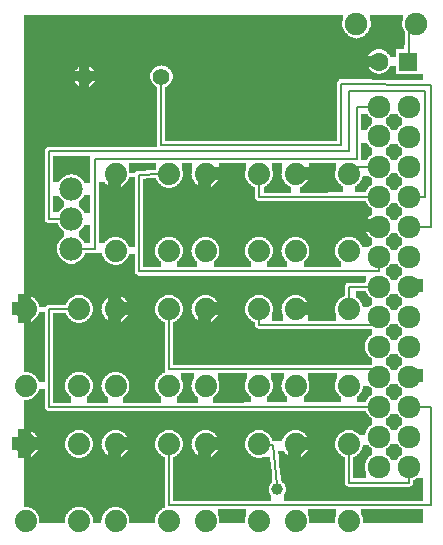
<source format=gbl>
G04 MADE WITH FRITZING*
G04 WWW.FRITZING.ORG*
G04 DOUBLE SIDED*
G04 HOLES PLATED*
G04 CONTOUR ON CENTER OF CONTOUR VECTOR*
%ASAXBY*%
%FSLAX23Y23*%
%MOIN*%
%OFA0B0*%
%SFA1.0B1.0*%
%ADD10C,0.075000*%
%ADD11C,0.055433*%
%ADD12C,0.039370*%
%ADD13C,0.062992*%
%ADD14C,0.078000*%
%ADD15C,0.075722*%
%ADD16C,0.075695*%
%ADD17C,0.074000*%
%ADD18R,0.062992X0.062992*%
%ADD19C,0.008000*%
%LNCOPPER0*%
G90*
G70*
G54D10*
X518Y1050D03*
X346Y1088D03*
X591Y1451D03*
X116Y189D03*
G54D11*
X243Y1529D03*
X499Y1529D03*
G54D12*
X885Y154D03*
G54D13*
X1322Y1579D03*
X1224Y1579D03*
G54D10*
X1349Y1704D03*
X1149Y1704D03*
G54D14*
X199Y1154D03*
X199Y1054D03*
X199Y954D03*
G54D15*
X1324Y1429D03*
G54D16*
X1324Y1329D03*
X1324Y1229D03*
X1324Y1129D03*
X1324Y1029D03*
G54D15*
X1324Y929D03*
X1324Y829D03*
G54D16*
X1324Y729D03*
X1324Y629D03*
X1324Y529D03*
X1324Y429D03*
G54D15*
X1324Y329D03*
G54D16*
X1324Y229D03*
G54D15*
X1224Y1429D03*
X1224Y1330D03*
G54D16*
X1224Y1229D03*
X1224Y1129D03*
X1224Y1029D03*
G54D15*
X1224Y929D03*
G54D16*
X1224Y829D03*
X1224Y729D03*
X1224Y629D03*
X1224Y529D03*
X1224Y429D03*
G54D15*
X1224Y329D03*
G54D16*
X1224Y229D03*
G54D17*
X224Y754D03*
X224Y498D03*
X46Y754D03*
X46Y498D03*
X224Y304D03*
X224Y48D03*
X46Y304D03*
X46Y48D03*
X524Y304D03*
X524Y48D03*
X346Y304D03*
X346Y48D03*
X524Y754D03*
X524Y498D03*
X346Y754D03*
X346Y498D03*
X524Y1204D03*
X524Y948D03*
X346Y1204D03*
X346Y948D03*
X824Y304D03*
X824Y48D03*
X646Y304D03*
X646Y48D03*
X824Y754D03*
X824Y498D03*
X646Y754D03*
X646Y498D03*
X824Y1204D03*
X824Y948D03*
X646Y1204D03*
X646Y948D03*
X1124Y304D03*
X1124Y48D03*
X946Y304D03*
X946Y48D03*
X1124Y754D03*
X1124Y498D03*
X946Y754D03*
X946Y498D03*
X1124Y1204D03*
X1124Y948D03*
X946Y1204D03*
X946Y948D03*
G54D18*
X1322Y1579D03*
G54D19*
X1324Y176D02*
X1324Y203D01*
D02*
X1124Y176D02*
X1324Y176D01*
D02*
X1124Y279D02*
X1124Y176D01*
D02*
X524Y102D02*
X1398Y102D01*
D02*
X1398Y428D02*
X1350Y429D01*
D02*
X1398Y102D02*
X1398Y428D01*
D02*
X524Y279D02*
X524Y102D01*
D02*
X124Y428D02*
X1198Y429D01*
D02*
X124Y754D02*
X124Y428D01*
D02*
X198Y754D02*
X124Y754D01*
D02*
X1224Y554D02*
X1224Y555D01*
D02*
X524Y554D02*
X1224Y554D01*
D02*
X524Y729D02*
X524Y554D01*
D02*
X824Y702D02*
X1224Y702D01*
D02*
X1224Y702D02*
X1224Y703D01*
D02*
X824Y729D02*
X824Y702D01*
D02*
X1124Y828D02*
X1198Y829D01*
D02*
X1124Y780D02*
X1124Y828D01*
D02*
X424Y880D02*
X1224Y880D01*
D02*
X1224Y880D02*
X1224Y902D01*
D02*
X424Y902D02*
X424Y880D01*
D02*
X1224Y902D02*
X1224Y903D01*
D02*
X424Y1202D02*
X424Y902D01*
D02*
X498Y1204D02*
X424Y1202D01*
D02*
X824Y1128D02*
X1198Y1129D01*
D02*
X824Y1179D02*
X824Y1128D01*
D02*
X1124Y1228D02*
X1198Y1229D01*
D02*
X1124Y1230D02*
X1124Y1228D01*
D02*
X1124Y1280D02*
X1124Y1480D01*
D02*
X1124Y1480D02*
X1376Y1480D01*
D02*
X124Y1054D02*
X124Y1280D01*
D02*
X124Y1280D02*
X1124Y1280D01*
D02*
X1376Y1480D02*
X1376Y1128D01*
D02*
X1376Y1128D02*
X1350Y1129D01*
D02*
X174Y1054D02*
X124Y1054D01*
D02*
X1150Y1254D02*
X1150Y1428D01*
D02*
X1150Y1428D02*
X1198Y1429D01*
D02*
X276Y954D02*
X276Y1254D01*
D02*
X276Y1254D02*
X1150Y1254D01*
D02*
X223Y954D02*
X276Y954D01*
D02*
X498Y1302D02*
X1098Y1302D01*
D02*
X1098Y1302D02*
X1098Y1506D01*
D02*
X1098Y1506D02*
X1398Y1502D01*
D02*
X1398Y1028D02*
X1350Y1029D01*
D02*
X1398Y1502D02*
X1398Y1028D01*
D02*
X499Y1506D02*
X498Y1302D01*
D02*
X872Y302D02*
X884Y168D01*
D02*
X849Y303D02*
X872Y302D01*
D02*
X1324Y1702D02*
X1326Y1702D01*
D02*
X1323Y1600D02*
X1324Y1702D01*
G36*
X1164Y1406D02*
X1164Y1352D01*
X1184Y1352D01*
X1184Y1356D01*
X1186Y1356D01*
X1186Y1358D01*
X1188Y1358D01*
X1188Y1360D01*
X1190Y1360D01*
X1190Y1364D01*
X1192Y1364D01*
X1192Y1366D01*
X1196Y1366D01*
X1196Y1368D01*
X1198Y1368D01*
X1198Y1370D01*
X1200Y1370D01*
X1200Y1390D01*
X1198Y1390D01*
X1198Y1392D01*
X1196Y1392D01*
X1196Y1394D01*
X1192Y1394D01*
X1192Y1396D01*
X1190Y1396D01*
X1190Y1398D01*
X1188Y1398D01*
X1188Y1402D01*
X1186Y1402D01*
X1186Y1404D01*
X1184Y1404D01*
X1184Y1406D01*
X1164Y1406D01*
G37*
D02*
G36*
X1264Y1406D02*
X1264Y1404D01*
X1262Y1404D01*
X1262Y1402D01*
X1260Y1402D01*
X1260Y1400D01*
X1258Y1400D01*
X1258Y1396D01*
X1254Y1396D01*
X1254Y1394D01*
X1252Y1394D01*
X1252Y1392D01*
X1250Y1392D01*
X1250Y1390D01*
X1248Y1390D01*
X1248Y1370D01*
X1250Y1370D01*
X1250Y1368D01*
X1252Y1368D01*
X1252Y1366D01*
X1254Y1366D01*
X1254Y1364D01*
X1258Y1364D01*
X1258Y1360D01*
X1260Y1360D01*
X1260Y1358D01*
X1262Y1358D01*
X1262Y1356D01*
X1264Y1356D01*
X1264Y1352D01*
X1284Y1352D01*
X1284Y1356D01*
X1286Y1356D01*
X1286Y1358D01*
X1288Y1358D01*
X1288Y1360D01*
X1290Y1360D01*
X1290Y1362D01*
X1292Y1362D01*
X1292Y1364D01*
X1294Y1364D01*
X1294Y1366D01*
X1296Y1366D01*
X1296Y1368D01*
X1300Y1368D01*
X1300Y1390D01*
X1298Y1390D01*
X1298Y1392D01*
X1296Y1392D01*
X1296Y1394D01*
X1292Y1394D01*
X1292Y1396D01*
X1290Y1396D01*
X1290Y1398D01*
X1288Y1398D01*
X1288Y1402D01*
X1286Y1402D01*
X1286Y1404D01*
X1284Y1404D01*
X1284Y1406D01*
X1264Y1406D01*
G37*
D02*
G36*
X1164Y1308D02*
X1164Y1252D01*
X1184Y1252D01*
X1184Y1254D01*
X1186Y1254D01*
X1186Y1258D01*
X1188Y1258D01*
X1188Y1260D01*
X1190Y1260D01*
X1190Y1262D01*
X1192Y1262D01*
X1192Y1264D01*
X1194Y1264D01*
X1194Y1266D01*
X1196Y1266D01*
X1196Y1268D01*
X1200Y1268D01*
X1200Y1270D01*
X1202Y1270D01*
X1202Y1290D01*
X1200Y1290D01*
X1200Y1292D01*
X1196Y1292D01*
X1196Y1294D01*
X1194Y1294D01*
X1194Y1296D01*
X1192Y1296D01*
X1192Y1298D01*
X1190Y1298D01*
X1190Y1300D01*
X1188Y1300D01*
X1188Y1302D01*
X1186Y1302D01*
X1186Y1304D01*
X1184Y1304D01*
X1184Y1308D01*
X1164Y1308D01*
G37*
D02*
G36*
X1262Y1306D02*
X1262Y1302D01*
X1260Y1302D01*
X1260Y1300D01*
X1258Y1300D01*
X1258Y1298D01*
X1256Y1298D01*
X1256Y1296D01*
X1254Y1296D01*
X1254Y1294D01*
X1252Y1294D01*
X1252Y1292D01*
X1248Y1292D01*
X1248Y1290D01*
X1246Y1290D01*
X1246Y1270D01*
X1248Y1270D01*
X1248Y1268D01*
X1252Y1268D01*
X1252Y1266D01*
X1254Y1266D01*
X1254Y1264D01*
X1256Y1264D01*
X1256Y1262D01*
X1258Y1262D01*
X1258Y1260D01*
X1260Y1260D01*
X1260Y1258D01*
X1262Y1258D01*
X1262Y1254D01*
X1264Y1254D01*
X1264Y1252D01*
X1284Y1252D01*
X1284Y1256D01*
X1286Y1256D01*
X1286Y1258D01*
X1288Y1258D01*
X1288Y1260D01*
X1290Y1260D01*
X1290Y1262D01*
X1292Y1262D01*
X1292Y1264D01*
X1294Y1264D01*
X1294Y1266D01*
X1296Y1266D01*
X1296Y1268D01*
X1300Y1268D01*
X1300Y1290D01*
X1298Y1290D01*
X1298Y1292D01*
X1296Y1292D01*
X1296Y1294D01*
X1292Y1294D01*
X1292Y1296D01*
X1290Y1296D01*
X1290Y1298D01*
X1288Y1298D01*
X1288Y1302D01*
X1286Y1302D01*
X1286Y1304D01*
X1284Y1304D01*
X1284Y1306D01*
X1262Y1306D01*
G37*
D02*
G36*
X138Y1266D02*
X138Y1204D01*
X204Y1204D01*
X204Y1202D01*
X212Y1202D01*
X212Y1200D01*
X218Y1200D01*
X218Y1198D01*
X220Y1198D01*
X220Y1196D01*
X224Y1196D01*
X224Y1194D01*
X226Y1194D01*
X226Y1192D01*
X228Y1192D01*
X228Y1190D01*
X232Y1190D01*
X232Y1188D01*
X234Y1188D01*
X234Y1186D01*
X236Y1186D01*
X236Y1182D01*
X238Y1182D01*
X238Y1180D01*
X240Y1180D01*
X240Y1176D01*
X242Y1176D01*
X242Y1174D01*
X262Y1174D01*
X262Y1266D01*
X138Y1266D01*
G37*
D02*
G36*
X138Y1204D02*
X138Y1178D01*
X158Y1178D01*
X158Y1180D01*
X160Y1180D01*
X160Y1184D01*
X162Y1184D01*
X162Y1186D01*
X164Y1186D01*
X164Y1188D01*
X166Y1188D01*
X166Y1190D01*
X168Y1190D01*
X168Y1192D01*
X172Y1192D01*
X172Y1194D01*
X174Y1194D01*
X174Y1196D01*
X178Y1196D01*
X178Y1198D01*
X180Y1198D01*
X180Y1200D01*
X186Y1200D01*
X186Y1202D01*
X194Y1202D01*
X194Y1204D01*
X138Y1204D01*
G37*
D02*
G36*
X390Y1240D02*
X390Y1216D01*
X392Y1216D01*
X392Y1208D01*
X412Y1208D01*
X412Y1212D01*
X414Y1212D01*
X414Y1214D01*
X418Y1214D01*
X418Y1216D01*
X446Y1216D01*
X446Y1218D01*
X480Y1218D01*
X480Y1240D01*
X390Y1240D01*
G37*
D02*
G36*
X868Y1240D02*
X868Y1216D01*
X870Y1216D01*
X870Y1194D01*
X868Y1194D01*
X868Y1188D01*
X866Y1188D01*
X866Y1184D01*
X864Y1184D01*
X864Y1180D01*
X862Y1180D01*
X862Y1178D01*
X860Y1178D01*
X860Y1176D01*
X858Y1176D01*
X858Y1174D01*
X856Y1174D01*
X856Y1172D01*
X854Y1172D01*
X854Y1170D01*
X852Y1170D01*
X852Y1168D01*
X850Y1168D01*
X850Y1166D01*
X848Y1166D01*
X848Y1164D01*
X844Y1164D01*
X844Y1162D01*
X840Y1162D01*
X840Y1142D01*
X930Y1142D01*
X930Y1162D01*
X926Y1162D01*
X926Y1164D01*
X922Y1164D01*
X922Y1166D01*
X920Y1166D01*
X920Y1168D01*
X918Y1168D01*
X918Y1170D01*
X914Y1170D01*
X914Y1172D01*
X912Y1172D01*
X912Y1176D01*
X910Y1176D01*
X910Y1178D01*
X908Y1178D01*
X908Y1180D01*
X906Y1180D01*
X906Y1184D01*
X904Y1184D01*
X904Y1188D01*
X902Y1188D01*
X902Y1192D01*
X900Y1192D01*
X900Y1202D01*
X898Y1202D01*
X898Y1206D01*
X900Y1206D01*
X900Y1216D01*
X902Y1216D01*
X902Y1240D01*
X868Y1240D01*
G37*
D02*
G36*
X990Y1240D02*
X990Y1216D01*
X992Y1216D01*
X992Y1194D01*
X990Y1194D01*
X990Y1188D01*
X988Y1188D01*
X988Y1184D01*
X986Y1184D01*
X986Y1180D01*
X984Y1180D01*
X984Y1178D01*
X982Y1178D01*
X982Y1176D01*
X980Y1176D01*
X980Y1174D01*
X978Y1174D01*
X978Y1172D01*
X976Y1172D01*
X976Y1170D01*
X974Y1170D01*
X974Y1168D01*
X972Y1168D01*
X972Y1166D01*
X970Y1166D01*
X970Y1164D01*
X966Y1164D01*
X966Y1162D01*
X962Y1162D01*
X962Y1142D01*
X1054Y1142D01*
X1054Y1144D01*
X1104Y1144D01*
X1104Y1164D01*
X1100Y1164D01*
X1100Y1166D01*
X1098Y1166D01*
X1098Y1168D01*
X1096Y1168D01*
X1096Y1170D01*
X1092Y1170D01*
X1092Y1172D01*
X1090Y1172D01*
X1090Y1176D01*
X1088Y1176D01*
X1088Y1178D01*
X1086Y1178D01*
X1086Y1180D01*
X1084Y1180D01*
X1084Y1184D01*
X1082Y1184D01*
X1082Y1188D01*
X1080Y1188D01*
X1080Y1192D01*
X1078Y1192D01*
X1078Y1202D01*
X1076Y1202D01*
X1076Y1206D01*
X1078Y1206D01*
X1078Y1216D01*
X1080Y1216D01*
X1080Y1240D01*
X990Y1240D01*
G37*
D02*
G36*
X1264Y1208D02*
X1264Y1204D01*
X1262Y1204D01*
X1262Y1202D01*
X1260Y1202D01*
X1260Y1200D01*
X1258Y1200D01*
X1258Y1196D01*
X1256Y1196D01*
X1256Y1194D01*
X1252Y1194D01*
X1252Y1192D01*
X1250Y1192D01*
X1250Y1190D01*
X1248Y1190D01*
X1248Y1168D01*
X1252Y1168D01*
X1252Y1166D01*
X1254Y1166D01*
X1254Y1164D01*
X1256Y1164D01*
X1256Y1162D01*
X1258Y1162D01*
X1258Y1160D01*
X1260Y1160D01*
X1260Y1158D01*
X1262Y1158D01*
X1262Y1154D01*
X1264Y1154D01*
X1264Y1152D01*
X1284Y1152D01*
X1284Y1156D01*
X1286Y1156D01*
X1286Y1158D01*
X1288Y1158D01*
X1288Y1160D01*
X1290Y1160D01*
X1290Y1162D01*
X1292Y1162D01*
X1292Y1164D01*
X1294Y1164D01*
X1294Y1166D01*
X1296Y1166D01*
X1296Y1168D01*
X1300Y1168D01*
X1300Y1190D01*
X1298Y1190D01*
X1298Y1192D01*
X1296Y1192D01*
X1296Y1194D01*
X1292Y1194D01*
X1292Y1196D01*
X1290Y1196D01*
X1290Y1198D01*
X1288Y1198D01*
X1288Y1202D01*
X1286Y1202D01*
X1286Y1204D01*
X1284Y1204D01*
X1284Y1208D01*
X1264Y1208D01*
G37*
D02*
G36*
X1170Y1198D02*
X1170Y1194D01*
X1168Y1194D01*
X1168Y1188D01*
X1166Y1188D01*
X1166Y1184D01*
X1164Y1184D01*
X1164Y1180D01*
X1162Y1180D01*
X1162Y1178D01*
X1160Y1178D01*
X1160Y1176D01*
X1158Y1176D01*
X1158Y1174D01*
X1156Y1174D01*
X1156Y1172D01*
X1154Y1172D01*
X1154Y1170D01*
X1152Y1170D01*
X1152Y1168D01*
X1150Y1168D01*
X1150Y1166D01*
X1148Y1166D01*
X1148Y1164D01*
X1144Y1164D01*
X1144Y1144D01*
X1180Y1144D01*
X1180Y1148D01*
X1182Y1148D01*
X1182Y1152D01*
X1184Y1152D01*
X1184Y1154D01*
X1186Y1154D01*
X1186Y1158D01*
X1188Y1158D01*
X1188Y1160D01*
X1190Y1160D01*
X1190Y1162D01*
X1192Y1162D01*
X1192Y1164D01*
X1194Y1164D01*
X1194Y1166D01*
X1196Y1166D01*
X1196Y1168D01*
X1200Y1168D01*
X1200Y1190D01*
X1198Y1190D01*
X1198Y1192D01*
X1196Y1192D01*
X1196Y1194D01*
X1192Y1194D01*
X1192Y1196D01*
X1190Y1196D01*
X1190Y1198D01*
X1170Y1198D01*
G37*
D02*
G36*
X568Y1240D02*
X568Y1216D01*
X570Y1216D01*
X570Y1194D01*
X568Y1194D01*
X568Y1188D01*
X566Y1188D01*
X566Y1184D01*
X564Y1184D01*
X564Y1180D01*
X562Y1180D01*
X562Y1178D01*
X560Y1178D01*
X560Y1176D01*
X558Y1176D01*
X558Y1174D01*
X556Y1174D01*
X556Y1172D01*
X554Y1172D01*
X554Y1170D01*
X552Y1170D01*
X552Y1168D01*
X550Y1168D01*
X550Y1166D01*
X548Y1166D01*
X548Y1164D01*
X544Y1164D01*
X544Y1162D01*
X540Y1162D01*
X540Y1160D01*
X534Y1160D01*
X534Y1158D01*
X636Y1158D01*
X636Y1160D01*
X630Y1160D01*
X630Y1162D01*
X626Y1162D01*
X626Y1164D01*
X622Y1164D01*
X622Y1166D01*
X620Y1166D01*
X620Y1168D01*
X618Y1168D01*
X618Y1170D01*
X614Y1170D01*
X614Y1172D01*
X612Y1172D01*
X612Y1176D01*
X610Y1176D01*
X610Y1178D01*
X608Y1178D01*
X608Y1180D01*
X606Y1180D01*
X606Y1184D01*
X604Y1184D01*
X604Y1188D01*
X602Y1188D01*
X602Y1192D01*
X600Y1192D01*
X600Y1202D01*
X598Y1202D01*
X598Y1206D01*
X600Y1206D01*
X600Y1216D01*
X602Y1216D01*
X602Y1240D01*
X568Y1240D01*
G37*
D02*
G36*
X690Y1240D02*
X690Y1216D01*
X692Y1216D01*
X692Y1194D01*
X690Y1194D01*
X690Y1188D01*
X688Y1188D01*
X688Y1184D01*
X686Y1184D01*
X686Y1180D01*
X684Y1180D01*
X684Y1178D01*
X682Y1178D01*
X682Y1176D01*
X680Y1176D01*
X680Y1174D01*
X678Y1174D01*
X678Y1172D01*
X676Y1172D01*
X676Y1170D01*
X674Y1170D01*
X674Y1168D01*
X672Y1168D01*
X672Y1166D01*
X670Y1166D01*
X670Y1164D01*
X666Y1164D01*
X666Y1162D01*
X662Y1162D01*
X662Y1160D01*
X656Y1160D01*
X656Y1158D01*
X810Y1158D01*
X810Y1160D01*
X808Y1160D01*
X808Y1162D01*
X804Y1162D01*
X804Y1164D01*
X800Y1164D01*
X800Y1166D01*
X798Y1166D01*
X798Y1168D01*
X796Y1168D01*
X796Y1170D01*
X792Y1170D01*
X792Y1172D01*
X790Y1172D01*
X790Y1176D01*
X788Y1176D01*
X788Y1178D01*
X786Y1178D01*
X786Y1180D01*
X784Y1180D01*
X784Y1184D01*
X782Y1184D01*
X782Y1188D01*
X780Y1188D01*
X780Y1192D01*
X778Y1192D01*
X778Y1202D01*
X776Y1202D01*
X776Y1206D01*
X778Y1206D01*
X778Y1216D01*
X780Y1216D01*
X780Y1240D01*
X690Y1240D01*
G37*
D02*
G36*
X448Y1190D02*
X448Y1188D01*
X438Y1188D01*
X438Y1158D01*
X514Y1158D01*
X514Y1160D01*
X508Y1160D01*
X508Y1162D01*
X504Y1162D01*
X504Y1164D01*
X500Y1164D01*
X500Y1166D01*
X498Y1166D01*
X498Y1168D01*
X496Y1168D01*
X496Y1170D01*
X492Y1170D01*
X492Y1172D01*
X490Y1172D01*
X490Y1176D01*
X488Y1176D01*
X488Y1178D01*
X486Y1178D01*
X486Y1180D01*
X484Y1180D01*
X484Y1184D01*
X482Y1184D01*
X482Y1188D01*
X480Y1188D01*
X480Y1190D01*
X448Y1190D01*
G37*
D02*
G36*
X438Y1158D02*
X438Y1156D01*
X810Y1156D01*
X810Y1158D01*
X438Y1158D01*
G37*
D02*
G36*
X438Y1158D02*
X438Y1156D01*
X810Y1156D01*
X810Y1158D01*
X438Y1158D01*
G37*
D02*
G36*
X438Y1158D02*
X438Y1156D01*
X810Y1156D01*
X810Y1158D01*
X438Y1158D01*
G37*
D02*
G36*
X438Y1156D02*
X438Y1114D01*
X820Y1114D01*
X820Y1116D01*
X816Y1116D01*
X816Y1118D01*
X814Y1118D01*
X814Y1120D01*
X812Y1120D01*
X812Y1124D01*
X810Y1124D01*
X810Y1156D01*
X438Y1156D01*
G37*
D02*
G36*
X1060Y1116D02*
X1060Y1114D01*
X1180Y1114D01*
X1180Y1116D01*
X1060Y1116D01*
G37*
D02*
G36*
X438Y1114D02*
X438Y1112D01*
X1180Y1112D01*
X1180Y1114D01*
X438Y1114D01*
G37*
D02*
G36*
X438Y1114D02*
X438Y1112D01*
X1180Y1112D01*
X1180Y1114D01*
X438Y1114D01*
G37*
D02*
G36*
X438Y1112D02*
X438Y996D01*
X1128Y996D01*
X1128Y994D01*
X1136Y994D01*
X1136Y992D01*
X1142Y992D01*
X1142Y990D01*
X1146Y990D01*
X1146Y988D01*
X1148Y988D01*
X1148Y986D01*
X1152Y986D01*
X1152Y984D01*
X1154Y984D01*
X1154Y982D01*
X1156Y982D01*
X1156Y980D01*
X1158Y980D01*
X1158Y978D01*
X1160Y978D01*
X1160Y974D01*
X1162Y974D01*
X1162Y972D01*
X1164Y972D01*
X1164Y968D01*
X1166Y968D01*
X1166Y966D01*
X1168Y966D01*
X1168Y960D01*
X1190Y960D01*
X1190Y962D01*
X1192Y962D01*
X1192Y964D01*
X1194Y964D01*
X1194Y966D01*
X1196Y966D01*
X1196Y968D01*
X1200Y968D01*
X1200Y990D01*
X1198Y990D01*
X1198Y992D01*
X1196Y992D01*
X1196Y994D01*
X1192Y994D01*
X1192Y996D01*
X1190Y996D01*
X1190Y998D01*
X1188Y998D01*
X1188Y1002D01*
X1186Y1002D01*
X1186Y1004D01*
X1184Y1004D01*
X1184Y1008D01*
X1182Y1008D01*
X1182Y1010D01*
X1180Y1010D01*
X1180Y1016D01*
X1178Y1016D01*
X1178Y1022D01*
X1176Y1022D01*
X1176Y1038D01*
X1178Y1038D01*
X1178Y1044D01*
X1180Y1044D01*
X1180Y1048D01*
X1182Y1048D01*
X1182Y1052D01*
X1184Y1052D01*
X1184Y1054D01*
X1186Y1054D01*
X1186Y1058D01*
X1188Y1058D01*
X1188Y1060D01*
X1190Y1060D01*
X1190Y1062D01*
X1192Y1062D01*
X1192Y1064D01*
X1194Y1064D01*
X1194Y1066D01*
X1196Y1066D01*
X1196Y1068D01*
X1200Y1068D01*
X1200Y1090D01*
X1198Y1090D01*
X1198Y1092D01*
X1196Y1092D01*
X1196Y1094D01*
X1192Y1094D01*
X1192Y1096D01*
X1190Y1096D01*
X1190Y1098D01*
X1188Y1098D01*
X1188Y1102D01*
X1186Y1102D01*
X1186Y1104D01*
X1184Y1104D01*
X1184Y1108D01*
X1182Y1108D01*
X1182Y1110D01*
X1180Y1110D01*
X1180Y1112D01*
X438Y1112D01*
G37*
D02*
G36*
X438Y996D02*
X438Y894D01*
X496Y894D01*
X496Y914D01*
X492Y914D01*
X492Y916D01*
X490Y916D01*
X490Y920D01*
X488Y920D01*
X488Y922D01*
X486Y922D01*
X486Y924D01*
X484Y924D01*
X484Y928D01*
X482Y928D01*
X482Y932D01*
X480Y932D01*
X480Y936D01*
X478Y936D01*
X478Y946D01*
X476Y946D01*
X476Y950D01*
X478Y950D01*
X478Y960D01*
X480Y960D01*
X480Y966D01*
X482Y966D01*
X482Y970D01*
X484Y970D01*
X484Y972D01*
X486Y972D01*
X486Y976D01*
X488Y976D01*
X488Y978D01*
X490Y978D01*
X490Y980D01*
X492Y980D01*
X492Y982D01*
X494Y982D01*
X494Y984D01*
X496Y984D01*
X496Y986D01*
X500Y986D01*
X500Y988D01*
X502Y988D01*
X502Y990D01*
X506Y990D01*
X506Y992D01*
X512Y992D01*
X512Y994D01*
X518Y994D01*
X518Y996D01*
X438Y996D01*
G37*
D02*
G36*
X528Y996D02*
X528Y994D01*
X536Y994D01*
X536Y992D01*
X542Y992D01*
X542Y990D01*
X546Y990D01*
X546Y988D01*
X548Y988D01*
X548Y986D01*
X552Y986D01*
X552Y984D01*
X554Y984D01*
X554Y982D01*
X556Y982D01*
X556Y980D01*
X558Y980D01*
X558Y978D01*
X560Y978D01*
X560Y974D01*
X562Y974D01*
X562Y972D01*
X564Y972D01*
X564Y968D01*
X566Y968D01*
X566Y966D01*
X568Y966D01*
X568Y960D01*
X570Y960D01*
X570Y938D01*
X568Y938D01*
X568Y932D01*
X566Y932D01*
X566Y928D01*
X564Y928D01*
X564Y924D01*
X562Y924D01*
X562Y922D01*
X560Y922D01*
X560Y920D01*
X558Y920D01*
X558Y918D01*
X556Y918D01*
X556Y916D01*
X554Y916D01*
X554Y914D01*
X552Y914D01*
X552Y894D01*
X618Y894D01*
X618Y914D01*
X614Y914D01*
X614Y916D01*
X612Y916D01*
X612Y920D01*
X610Y920D01*
X610Y922D01*
X608Y922D01*
X608Y924D01*
X606Y924D01*
X606Y928D01*
X604Y928D01*
X604Y932D01*
X602Y932D01*
X602Y936D01*
X600Y936D01*
X600Y946D01*
X598Y946D01*
X598Y950D01*
X600Y950D01*
X600Y960D01*
X602Y960D01*
X602Y966D01*
X604Y966D01*
X604Y970D01*
X606Y970D01*
X606Y972D01*
X608Y972D01*
X608Y976D01*
X610Y976D01*
X610Y978D01*
X612Y978D01*
X612Y980D01*
X614Y980D01*
X614Y982D01*
X616Y982D01*
X616Y984D01*
X618Y984D01*
X618Y986D01*
X622Y986D01*
X622Y988D01*
X624Y988D01*
X624Y990D01*
X628Y990D01*
X628Y992D01*
X634Y992D01*
X634Y994D01*
X640Y994D01*
X640Y996D01*
X528Y996D01*
G37*
D02*
G36*
X650Y996D02*
X650Y994D01*
X658Y994D01*
X658Y992D01*
X664Y992D01*
X664Y990D01*
X668Y990D01*
X668Y988D01*
X670Y988D01*
X670Y986D01*
X674Y986D01*
X674Y984D01*
X676Y984D01*
X676Y982D01*
X678Y982D01*
X678Y980D01*
X680Y980D01*
X680Y978D01*
X682Y978D01*
X682Y974D01*
X684Y974D01*
X684Y972D01*
X686Y972D01*
X686Y968D01*
X688Y968D01*
X688Y966D01*
X690Y966D01*
X690Y960D01*
X692Y960D01*
X692Y938D01*
X690Y938D01*
X690Y932D01*
X688Y932D01*
X688Y928D01*
X686Y928D01*
X686Y924D01*
X684Y924D01*
X684Y922D01*
X682Y922D01*
X682Y920D01*
X680Y920D01*
X680Y918D01*
X678Y918D01*
X678Y916D01*
X676Y916D01*
X676Y914D01*
X674Y914D01*
X674Y894D01*
X796Y894D01*
X796Y914D01*
X792Y914D01*
X792Y916D01*
X790Y916D01*
X790Y920D01*
X788Y920D01*
X788Y922D01*
X786Y922D01*
X786Y924D01*
X784Y924D01*
X784Y928D01*
X782Y928D01*
X782Y932D01*
X780Y932D01*
X780Y936D01*
X778Y936D01*
X778Y946D01*
X776Y946D01*
X776Y950D01*
X778Y950D01*
X778Y960D01*
X780Y960D01*
X780Y966D01*
X782Y966D01*
X782Y970D01*
X784Y970D01*
X784Y972D01*
X786Y972D01*
X786Y976D01*
X788Y976D01*
X788Y978D01*
X790Y978D01*
X790Y980D01*
X792Y980D01*
X792Y982D01*
X794Y982D01*
X794Y984D01*
X796Y984D01*
X796Y986D01*
X800Y986D01*
X800Y988D01*
X802Y988D01*
X802Y990D01*
X806Y990D01*
X806Y992D01*
X812Y992D01*
X812Y994D01*
X818Y994D01*
X818Y996D01*
X650Y996D01*
G37*
D02*
G36*
X828Y996D02*
X828Y994D01*
X836Y994D01*
X836Y992D01*
X842Y992D01*
X842Y990D01*
X846Y990D01*
X846Y988D01*
X848Y988D01*
X848Y986D01*
X852Y986D01*
X852Y984D01*
X854Y984D01*
X854Y982D01*
X856Y982D01*
X856Y980D01*
X858Y980D01*
X858Y978D01*
X860Y978D01*
X860Y974D01*
X862Y974D01*
X862Y972D01*
X864Y972D01*
X864Y968D01*
X866Y968D01*
X866Y966D01*
X868Y966D01*
X868Y960D01*
X870Y960D01*
X870Y938D01*
X868Y938D01*
X868Y932D01*
X866Y932D01*
X866Y928D01*
X864Y928D01*
X864Y924D01*
X862Y924D01*
X862Y922D01*
X860Y922D01*
X860Y920D01*
X858Y920D01*
X858Y918D01*
X856Y918D01*
X856Y916D01*
X854Y916D01*
X854Y914D01*
X852Y914D01*
X852Y894D01*
X918Y894D01*
X918Y914D01*
X914Y914D01*
X914Y916D01*
X912Y916D01*
X912Y920D01*
X910Y920D01*
X910Y922D01*
X908Y922D01*
X908Y924D01*
X906Y924D01*
X906Y928D01*
X904Y928D01*
X904Y932D01*
X902Y932D01*
X902Y936D01*
X900Y936D01*
X900Y946D01*
X898Y946D01*
X898Y950D01*
X900Y950D01*
X900Y960D01*
X902Y960D01*
X902Y966D01*
X904Y966D01*
X904Y970D01*
X906Y970D01*
X906Y972D01*
X908Y972D01*
X908Y976D01*
X910Y976D01*
X910Y978D01*
X912Y978D01*
X912Y980D01*
X914Y980D01*
X914Y982D01*
X916Y982D01*
X916Y984D01*
X918Y984D01*
X918Y986D01*
X922Y986D01*
X922Y988D01*
X924Y988D01*
X924Y990D01*
X928Y990D01*
X928Y992D01*
X934Y992D01*
X934Y994D01*
X940Y994D01*
X940Y996D01*
X828Y996D01*
G37*
D02*
G36*
X950Y996D02*
X950Y994D01*
X958Y994D01*
X958Y992D01*
X964Y992D01*
X964Y990D01*
X968Y990D01*
X968Y988D01*
X970Y988D01*
X970Y986D01*
X974Y986D01*
X974Y984D01*
X976Y984D01*
X976Y982D01*
X978Y982D01*
X978Y980D01*
X980Y980D01*
X980Y978D01*
X982Y978D01*
X982Y974D01*
X984Y974D01*
X984Y972D01*
X986Y972D01*
X986Y968D01*
X988Y968D01*
X988Y966D01*
X990Y966D01*
X990Y960D01*
X992Y960D01*
X992Y938D01*
X990Y938D01*
X990Y932D01*
X988Y932D01*
X988Y928D01*
X986Y928D01*
X986Y924D01*
X984Y924D01*
X984Y922D01*
X982Y922D01*
X982Y920D01*
X980Y920D01*
X980Y918D01*
X978Y918D01*
X978Y916D01*
X976Y916D01*
X976Y914D01*
X974Y914D01*
X974Y894D01*
X1096Y894D01*
X1096Y914D01*
X1092Y914D01*
X1092Y916D01*
X1090Y916D01*
X1090Y920D01*
X1088Y920D01*
X1088Y922D01*
X1086Y922D01*
X1086Y924D01*
X1084Y924D01*
X1084Y928D01*
X1082Y928D01*
X1082Y932D01*
X1080Y932D01*
X1080Y936D01*
X1078Y936D01*
X1078Y946D01*
X1076Y946D01*
X1076Y950D01*
X1078Y950D01*
X1078Y960D01*
X1080Y960D01*
X1080Y966D01*
X1082Y966D01*
X1082Y970D01*
X1084Y970D01*
X1084Y972D01*
X1086Y972D01*
X1086Y976D01*
X1088Y976D01*
X1088Y978D01*
X1090Y978D01*
X1090Y980D01*
X1092Y980D01*
X1092Y982D01*
X1094Y982D01*
X1094Y984D01*
X1096Y984D01*
X1096Y986D01*
X1100Y986D01*
X1100Y988D01*
X1102Y988D01*
X1102Y990D01*
X1106Y990D01*
X1106Y992D01*
X1112Y992D01*
X1112Y994D01*
X1118Y994D01*
X1118Y996D01*
X950Y996D01*
G37*
D02*
G36*
X390Y1194D02*
X390Y1188D01*
X388Y1188D01*
X388Y1184D01*
X386Y1184D01*
X386Y1180D01*
X384Y1180D01*
X384Y1178D01*
X382Y1178D01*
X382Y1176D01*
X380Y1176D01*
X380Y1174D01*
X378Y1174D01*
X378Y1172D01*
X376Y1172D01*
X376Y1170D01*
X374Y1170D01*
X374Y1168D01*
X372Y1168D01*
X372Y1166D01*
X370Y1166D01*
X370Y1164D01*
X366Y1164D01*
X366Y1162D01*
X362Y1162D01*
X362Y1160D01*
X356Y1160D01*
X356Y1158D01*
X410Y1158D01*
X410Y1194D01*
X390Y1194D01*
G37*
D02*
G36*
X290Y1178D02*
X290Y1158D01*
X336Y1158D01*
X336Y1160D01*
X330Y1160D01*
X330Y1162D01*
X326Y1162D01*
X326Y1164D01*
X322Y1164D01*
X322Y1166D01*
X320Y1166D01*
X320Y1168D01*
X318Y1168D01*
X318Y1170D01*
X314Y1170D01*
X314Y1172D01*
X312Y1172D01*
X312Y1176D01*
X310Y1176D01*
X310Y1178D01*
X290Y1178D01*
G37*
D02*
G36*
X290Y1158D02*
X290Y1156D01*
X410Y1156D01*
X410Y1158D01*
X290Y1158D01*
G37*
D02*
G36*
X290Y1158D02*
X290Y1156D01*
X410Y1156D01*
X410Y1158D01*
X290Y1158D01*
G37*
D02*
G36*
X290Y1156D02*
X290Y996D01*
X350Y996D01*
X350Y994D01*
X358Y994D01*
X358Y992D01*
X364Y992D01*
X364Y990D01*
X368Y990D01*
X368Y988D01*
X370Y988D01*
X370Y986D01*
X374Y986D01*
X374Y984D01*
X376Y984D01*
X376Y982D01*
X378Y982D01*
X378Y980D01*
X380Y980D01*
X380Y978D01*
X382Y978D01*
X382Y974D01*
X384Y974D01*
X384Y972D01*
X386Y972D01*
X386Y968D01*
X388Y968D01*
X388Y966D01*
X390Y966D01*
X390Y960D01*
X410Y960D01*
X410Y1156D01*
X290Y1156D01*
G37*
D02*
G36*
X290Y996D02*
X290Y976D01*
X310Y976D01*
X310Y978D01*
X312Y978D01*
X312Y980D01*
X314Y980D01*
X314Y982D01*
X316Y982D01*
X316Y984D01*
X318Y984D01*
X318Y986D01*
X322Y986D01*
X322Y988D01*
X324Y988D01*
X324Y990D01*
X328Y990D01*
X328Y992D01*
X334Y992D01*
X334Y994D01*
X340Y994D01*
X340Y996D01*
X290Y996D01*
G37*
D02*
G36*
X242Y1136D02*
X242Y1132D01*
X240Y1132D01*
X240Y1128D01*
X238Y1128D01*
X238Y1126D01*
X236Y1126D01*
X236Y1124D01*
X234Y1124D01*
X234Y1122D01*
X232Y1122D01*
X232Y1120D01*
X230Y1120D01*
X230Y1118D01*
X228Y1118D01*
X228Y1116D01*
X226Y1116D01*
X226Y1114D01*
X224Y1114D01*
X224Y1094D01*
X226Y1094D01*
X226Y1092D01*
X228Y1092D01*
X228Y1090D01*
X232Y1090D01*
X232Y1088D01*
X234Y1088D01*
X234Y1086D01*
X236Y1086D01*
X236Y1082D01*
X238Y1082D01*
X238Y1080D01*
X240Y1080D01*
X240Y1076D01*
X242Y1076D01*
X242Y1074D01*
X262Y1074D01*
X262Y1136D01*
X242Y1136D01*
G37*
D02*
G36*
X138Y1132D02*
X138Y1078D01*
X158Y1078D01*
X158Y1080D01*
X160Y1080D01*
X160Y1084D01*
X162Y1084D01*
X162Y1086D01*
X164Y1086D01*
X164Y1088D01*
X166Y1088D01*
X166Y1090D01*
X168Y1090D01*
X168Y1092D01*
X172Y1092D01*
X172Y1094D01*
X174Y1094D01*
X174Y1114D01*
X172Y1114D01*
X172Y1116D01*
X170Y1116D01*
X170Y1118D01*
X168Y1118D01*
X168Y1120D01*
X166Y1120D01*
X166Y1122D01*
X164Y1122D01*
X164Y1124D01*
X162Y1124D01*
X162Y1126D01*
X160Y1126D01*
X160Y1128D01*
X158Y1128D01*
X158Y1132D01*
X138Y1132D01*
G37*
D02*
G36*
X1264Y1108D02*
X1264Y1104D01*
X1262Y1104D01*
X1262Y1102D01*
X1260Y1102D01*
X1260Y1100D01*
X1258Y1100D01*
X1258Y1096D01*
X1256Y1096D01*
X1256Y1094D01*
X1252Y1094D01*
X1252Y1092D01*
X1250Y1092D01*
X1250Y1090D01*
X1248Y1090D01*
X1248Y1068D01*
X1252Y1068D01*
X1252Y1066D01*
X1254Y1066D01*
X1254Y1064D01*
X1256Y1064D01*
X1256Y1062D01*
X1258Y1062D01*
X1258Y1060D01*
X1260Y1060D01*
X1260Y1058D01*
X1262Y1058D01*
X1262Y1054D01*
X1264Y1054D01*
X1264Y1052D01*
X1284Y1052D01*
X1284Y1056D01*
X1286Y1056D01*
X1286Y1058D01*
X1288Y1058D01*
X1288Y1060D01*
X1290Y1060D01*
X1290Y1062D01*
X1292Y1062D01*
X1292Y1064D01*
X1294Y1064D01*
X1294Y1066D01*
X1296Y1066D01*
X1296Y1068D01*
X1300Y1068D01*
X1300Y1090D01*
X1298Y1090D01*
X1298Y1092D01*
X1296Y1092D01*
X1296Y1094D01*
X1292Y1094D01*
X1292Y1096D01*
X1290Y1096D01*
X1290Y1098D01*
X1288Y1098D01*
X1288Y1102D01*
X1286Y1102D01*
X1286Y1104D01*
X1284Y1104D01*
X1284Y1108D01*
X1264Y1108D01*
G37*
D02*
G36*
X242Y1036D02*
X242Y1032D01*
X240Y1032D01*
X240Y1028D01*
X238Y1028D01*
X238Y1026D01*
X236Y1026D01*
X236Y1024D01*
X234Y1024D01*
X234Y1022D01*
X232Y1022D01*
X232Y1020D01*
X230Y1020D01*
X230Y1018D01*
X228Y1018D01*
X228Y1016D01*
X226Y1016D01*
X226Y1014D01*
X224Y1014D01*
X224Y994D01*
X226Y994D01*
X226Y992D01*
X228Y992D01*
X228Y990D01*
X232Y990D01*
X232Y988D01*
X234Y988D01*
X234Y986D01*
X236Y986D01*
X236Y982D01*
X238Y982D01*
X238Y980D01*
X240Y980D01*
X240Y976D01*
X242Y976D01*
X242Y974D01*
X262Y974D01*
X262Y1036D01*
X242Y1036D01*
G37*
D02*
G36*
X1264Y1008D02*
X1264Y1004D01*
X1262Y1004D01*
X1262Y1002D01*
X1260Y1002D01*
X1260Y1000D01*
X1258Y1000D01*
X1258Y996D01*
X1256Y996D01*
X1256Y994D01*
X1252Y994D01*
X1252Y992D01*
X1250Y992D01*
X1250Y990D01*
X1248Y990D01*
X1248Y968D01*
X1252Y968D01*
X1252Y966D01*
X1254Y966D01*
X1254Y964D01*
X1256Y964D01*
X1256Y962D01*
X1258Y962D01*
X1258Y960D01*
X1260Y960D01*
X1260Y958D01*
X1262Y958D01*
X1262Y954D01*
X1264Y954D01*
X1264Y952D01*
X1284Y952D01*
X1284Y956D01*
X1286Y956D01*
X1286Y958D01*
X1288Y958D01*
X1288Y960D01*
X1290Y960D01*
X1290Y962D01*
X1292Y962D01*
X1292Y964D01*
X1294Y964D01*
X1294Y966D01*
X1296Y966D01*
X1296Y968D01*
X1300Y968D01*
X1300Y990D01*
X1298Y990D01*
X1298Y992D01*
X1296Y992D01*
X1296Y994D01*
X1292Y994D01*
X1292Y996D01*
X1290Y996D01*
X1290Y998D01*
X1288Y998D01*
X1288Y1002D01*
X1286Y1002D01*
X1286Y1004D01*
X1284Y1004D01*
X1284Y1008D01*
X1264Y1008D01*
G37*
D02*
G36*
X1264Y906D02*
X1264Y904D01*
X1262Y904D01*
X1262Y902D01*
X1260Y902D01*
X1260Y900D01*
X1258Y900D01*
X1258Y896D01*
X1256Y896D01*
X1256Y894D01*
X1252Y894D01*
X1252Y892D01*
X1250Y892D01*
X1250Y890D01*
X1248Y890D01*
X1248Y868D01*
X1252Y868D01*
X1252Y866D01*
X1254Y866D01*
X1254Y864D01*
X1256Y864D01*
X1256Y862D01*
X1258Y862D01*
X1258Y860D01*
X1260Y860D01*
X1260Y858D01*
X1262Y858D01*
X1262Y854D01*
X1264Y854D01*
X1264Y852D01*
X1284Y852D01*
X1284Y856D01*
X1286Y856D01*
X1286Y858D01*
X1288Y858D01*
X1288Y860D01*
X1290Y860D01*
X1290Y862D01*
X1292Y862D01*
X1292Y864D01*
X1294Y864D01*
X1294Y866D01*
X1296Y866D01*
X1296Y868D01*
X1300Y868D01*
X1300Y890D01*
X1298Y890D01*
X1298Y892D01*
X1296Y892D01*
X1296Y894D01*
X1292Y894D01*
X1292Y896D01*
X1290Y896D01*
X1290Y898D01*
X1288Y898D01*
X1288Y902D01*
X1286Y902D01*
X1286Y904D01*
X1284Y904D01*
X1284Y906D01*
X1264Y906D01*
G37*
D02*
G36*
X1146Y814D02*
X1146Y794D01*
X1148Y794D01*
X1148Y792D01*
X1152Y792D01*
X1152Y790D01*
X1154Y790D01*
X1154Y788D01*
X1156Y788D01*
X1156Y786D01*
X1158Y786D01*
X1158Y784D01*
X1160Y784D01*
X1160Y780D01*
X1162Y780D01*
X1162Y778D01*
X1164Y778D01*
X1164Y774D01*
X1166Y774D01*
X1166Y772D01*
X1168Y772D01*
X1168Y766D01*
X1170Y766D01*
X1170Y760D01*
X1190Y760D01*
X1190Y762D01*
X1192Y762D01*
X1192Y764D01*
X1194Y764D01*
X1194Y766D01*
X1196Y766D01*
X1196Y768D01*
X1200Y768D01*
X1200Y790D01*
X1198Y790D01*
X1198Y792D01*
X1196Y792D01*
X1196Y794D01*
X1192Y794D01*
X1192Y796D01*
X1190Y796D01*
X1190Y798D01*
X1188Y798D01*
X1188Y802D01*
X1186Y802D01*
X1186Y804D01*
X1184Y804D01*
X1184Y808D01*
X1182Y808D01*
X1182Y810D01*
X1180Y810D01*
X1180Y814D01*
X1146Y814D01*
G37*
D02*
G36*
X1264Y806D02*
X1264Y804D01*
X1262Y804D01*
X1262Y802D01*
X1260Y802D01*
X1260Y800D01*
X1258Y800D01*
X1258Y796D01*
X1256Y796D01*
X1256Y794D01*
X1252Y794D01*
X1252Y792D01*
X1250Y792D01*
X1250Y790D01*
X1248Y790D01*
X1248Y768D01*
X1252Y768D01*
X1252Y766D01*
X1254Y766D01*
X1254Y764D01*
X1256Y764D01*
X1256Y762D01*
X1258Y762D01*
X1258Y760D01*
X1260Y760D01*
X1260Y758D01*
X1262Y758D01*
X1262Y754D01*
X1264Y754D01*
X1264Y752D01*
X1284Y752D01*
X1284Y756D01*
X1286Y756D01*
X1286Y758D01*
X1288Y758D01*
X1288Y760D01*
X1290Y760D01*
X1290Y762D01*
X1292Y762D01*
X1292Y764D01*
X1294Y764D01*
X1294Y766D01*
X1296Y766D01*
X1296Y768D01*
X1300Y768D01*
X1300Y790D01*
X1298Y790D01*
X1298Y792D01*
X1296Y792D01*
X1296Y794D01*
X1292Y794D01*
X1292Y796D01*
X1290Y796D01*
X1290Y798D01*
X1288Y798D01*
X1288Y802D01*
X1286Y802D01*
X1286Y804D01*
X1284Y804D01*
X1284Y806D01*
X1264Y806D01*
G37*
D02*
G36*
X90Y744D02*
X90Y738D01*
X88Y738D01*
X88Y734D01*
X86Y734D01*
X86Y730D01*
X84Y730D01*
X84Y728D01*
X82Y728D01*
X82Y726D01*
X80Y726D01*
X80Y724D01*
X78Y724D01*
X78Y722D01*
X76Y722D01*
X76Y720D01*
X74Y720D01*
X74Y718D01*
X72Y718D01*
X72Y716D01*
X70Y716D01*
X70Y714D01*
X66Y714D01*
X66Y712D01*
X62Y712D01*
X62Y710D01*
X56Y710D01*
X56Y708D01*
X40Y708D01*
X40Y546D01*
X50Y546D01*
X50Y544D01*
X58Y544D01*
X58Y542D01*
X64Y542D01*
X64Y540D01*
X68Y540D01*
X68Y538D01*
X70Y538D01*
X70Y536D01*
X74Y536D01*
X74Y534D01*
X76Y534D01*
X76Y532D01*
X78Y532D01*
X78Y530D01*
X80Y530D01*
X80Y528D01*
X82Y528D01*
X82Y524D01*
X84Y524D01*
X84Y522D01*
X86Y522D01*
X86Y518D01*
X88Y518D01*
X88Y516D01*
X90Y516D01*
X90Y510D01*
X110Y510D01*
X110Y744D01*
X90Y744D01*
G37*
D02*
G36*
X40Y1736D02*
X40Y1656D01*
X1148Y1656D01*
X1148Y1658D01*
X1138Y1658D01*
X1138Y1660D01*
X1132Y1660D01*
X1132Y1662D01*
X1128Y1662D01*
X1128Y1664D01*
X1124Y1664D01*
X1124Y1666D01*
X1122Y1666D01*
X1122Y1668D01*
X1120Y1668D01*
X1120Y1670D01*
X1118Y1670D01*
X1118Y1672D01*
X1116Y1672D01*
X1116Y1674D01*
X1114Y1674D01*
X1114Y1676D01*
X1112Y1676D01*
X1112Y1678D01*
X1110Y1678D01*
X1110Y1682D01*
X1108Y1682D01*
X1108Y1684D01*
X1106Y1684D01*
X1106Y1688D01*
X1104Y1688D01*
X1104Y1694D01*
X1102Y1694D01*
X1102Y1714D01*
X1104Y1714D01*
X1104Y1736D01*
X40Y1736D01*
G37*
D02*
G36*
X1194Y1736D02*
X1194Y1714D01*
X1196Y1714D01*
X1196Y1694D01*
X1194Y1694D01*
X1194Y1690D01*
X1192Y1690D01*
X1192Y1684D01*
X1190Y1684D01*
X1190Y1682D01*
X1188Y1682D01*
X1188Y1678D01*
X1186Y1678D01*
X1186Y1676D01*
X1184Y1676D01*
X1184Y1674D01*
X1182Y1674D01*
X1182Y1672D01*
X1180Y1672D01*
X1180Y1670D01*
X1178Y1670D01*
X1178Y1668D01*
X1176Y1668D01*
X1176Y1666D01*
X1172Y1666D01*
X1172Y1664D01*
X1170Y1664D01*
X1170Y1662D01*
X1166Y1662D01*
X1166Y1660D01*
X1160Y1660D01*
X1160Y1658D01*
X1150Y1658D01*
X1150Y1656D01*
X1310Y1656D01*
X1310Y1682D01*
X1308Y1682D01*
X1308Y1684D01*
X1306Y1684D01*
X1306Y1688D01*
X1304Y1688D01*
X1304Y1694D01*
X1302Y1694D01*
X1302Y1714D01*
X1304Y1714D01*
X1304Y1736D01*
X1194Y1736D01*
G37*
D02*
G36*
X40Y1656D02*
X40Y1654D01*
X1310Y1654D01*
X1310Y1656D01*
X40Y1656D01*
G37*
D02*
G36*
X40Y1656D02*
X40Y1654D01*
X1310Y1654D01*
X1310Y1656D01*
X40Y1656D01*
G37*
D02*
G36*
X40Y1654D02*
X40Y1620D01*
X1234Y1620D01*
X1234Y1618D01*
X1240Y1618D01*
X1240Y1616D01*
X1242Y1616D01*
X1242Y1614D01*
X1246Y1614D01*
X1246Y1612D01*
X1248Y1612D01*
X1248Y1610D01*
X1250Y1610D01*
X1250Y1608D01*
X1252Y1608D01*
X1252Y1606D01*
X1254Y1606D01*
X1254Y1604D01*
X1256Y1604D01*
X1256Y1602D01*
X1258Y1602D01*
X1258Y1600D01*
X1260Y1600D01*
X1260Y1596D01*
X1280Y1596D01*
X1280Y1620D01*
X1308Y1620D01*
X1308Y1634D01*
X1310Y1634D01*
X1310Y1654D01*
X40Y1654D01*
G37*
D02*
G36*
X40Y1620D02*
X40Y1568D01*
X500Y1568D01*
X500Y1566D01*
X510Y1566D01*
X510Y1564D01*
X514Y1564D01*
X514Y1562D01*
X518Y1562D01*
X518Y1560D01*
X520Y1560D01*
X520Y1558D01*
X522Y1558D01*
X522Y1556D01*
X526Y1556D01*
X526Y1552D01*
X528Y1552D01*
X528Y1550D01*
X530Y1550D01*
X530Y1548D01*
X532Y1548D01*
X532Y1544D01*
X534Y1544D01*
X534Y1538D01*
X1216Y1538D01*
X1216Y1540D01*
X1210Y1540D01*
X1210Y1542D01*
X1206Y1542D01*
X1206Y1544D01*
X1202Y1544D01*
X1202Y1546D01*
X1200Y1546D01*
X1200Y1548D01*
X1198Y1548D01*
X1198Y1550D01*
X1196Y1550D01*
X1196Y1552D01*
X1194Y1552D01*
X1194Y1554D01*
X1192Y1554D01*
X1192Y1556D01*
X1190Y1556D01*
X1190Y1560D01*
X1188Y1560D01*
X1188Y1562D01*
X1186Y1562D01*
X1186Y1566D01*
X1184Y1566D01*
X1184Y1574D01*
X1182Y1574D01*
X1182Y1586D01*
X1184Y1586D01*
X1184Y1592D01*
X1186Y1592D01*
X1186Y1596D01*
X1188Y1596D01*
X1188Y1600D01*
X1190Y1600D01*
X1190Y1602D01*
X1192Y1602D01*
X1192Y1604D01*
X1194Y1604D01*
X1194Y1608D01*
X1196Y1608D01*
X1196Y1610D01*
X1200Y1610D01*
X1200Y1612D01*
X1202Y1612D01*
X1202Y1614D01*
X1204Y1614D01*
X1204Y1616D01*
X1208Y1616D01*
X1208Y1618D01*
X1214Y1618D01*
X1214Y1620D01*
X40Y1620D01*
G37*
D02*
G36*
X40Y1568D02*
X40Y1492D01*
X234Y1492D01*
X234Y1494D01*
X230Y1494D01*
X230Y1496D01*
X226Y1496D01*
X226Y1498D01*
X222Y1498D01*
X222Y1500D01*
X220Y1500D01*
X220Y1502D01*
X218Y1502D01*
X218Y1504D01*
X216Y1504D01*
X216Y1506D01*
X214Y1506D01*
X214Y1508D01*
X212Y1508D01*
X212Y1512D01*
X210Y1512D01*
X210Y1514D01*
X208Y1514D01*
X208Y1520D01*
X206Y1520D01*
X206Y1538D01*
X208Y1538D01*
X208Y1544D01*
X210Y1544D01*
X210Y1548D01*
X212Y1548D01*
X212Y1550D01*
X214Y1550D01*
X214Y1552D01*
X216Y1552D01*
X216Y1556D01*
X220Y1556D01*
X220Y1558D01*
X222Y1558D01*
X222Y1560D01*
X224Y1560D01*
X224Y1562D01*
X228Y1562D01*
X228Y1564D01*
X232Y1564D01*
X232Y1566D01*
X242Y1566D01*
X242Y1568D01*
X40Y1568D01*
G37*
D02*
G36*
X244Y1568D02*
X244Y1566D01*
X254Y1566D01*
X254Y1564D01*
X258Y1564D01*
X258Y1562D01*
X262Y1562D01*
X262Y1560D01*
X264Y1560D01*
X264Y1558D01*
X266Y1558D01*
X266Y1556D01*
X270Y1556D01*
X270Y1552D01*
X272Y1552D01*
X272Y1550D01*
X274Y1550D01*
X274Y1548D01*
X276Y1548D01*
X276Y1544D01*
X278Y1544D01*
X278Y1538D01*
X280Y1538D01*
X280Y1520D01*
X278Y1520D01*
X278Y1514D01*
X276Y1514D01*
X276Y1512D01*
X274Y1512D01*
X274Y1508D01*
X272Y1508D01*
X272Y1506D01*
X270Y1506D01*
X270Y1504D01*
X268Y1504D01*
X268Y1502D01*
X266Y1502D01*
X266Y1500D01*
X264Y1500D01*
X264Y1498D01*
X260Y1498D01*
X260Y1496D01*
X256Y1496D01*
X256Y1494D01*
X252Y1494D01*
X252Y1492D01*
X484Y1492D01*
X484Y1496D01*
X482Y1496D01*
X482Y1498D01*
X478Y1498D01*
X478Y1500D01*
X476Y1500D01*
X476Y1502D01*
X474Y1502D01*
X474Y1504D01*
X472Y1504D01*
X472Y1506D01*
X470Y1506D01*
X470Y1508D01*
X468Y1508D01*
X468Y1512D01*
X466Y1512D01*
X466Y1514D01*
X464Y1514D01*
X464Y1520D01*
X462Y1520D01*
X462Y1540D01*
X464Y1540D01*
X464Y1544D01*
X466Y1544D01*
X466Y1548D01*
X468Y1548D01*
X468Y1550D01*
X470Y1550D01*
X470Y1552D01*
X472Y1552D01*
X472Y1556D01*
X474Y1556D01*
X474Y1558D01*
X478Y1558D01*
X478Y1560D01*
X480Y1560D01*
X480Y1562D01*
X484Y1562D01*
X484Y1564D01*
X488Y1564D01*
X488Y1566D01*
X498Y1566D01*
X498Y1568D01*
X244Y1568D01*
G37*
D02*
G36*
X1260Y1564D02*
X1260Y1560D01*
X1258Y1560D01*
X1258Y1556D01*
X1256Y1556D01*
X1256Y1554D01*
X1254Y1554D01*
X1254Y1552D01*
X1252Y1552D01*
X1252Y1550D01*
X1250Y1550D01*
X1250Y1548D01*
X1248Y1548D01*
X1248Y1546D01*
X1244Y1546D01*
X1244Y1544D01*
X1242Y1544D01*
X1242Y1542D01*
X1238Y1542D01*
X1238Y1540D01*
X1232Y1540D01*
X1232Y1538D01*
X1280Y1538D01*
X1280Y1564D01*
X1260Y1564D01*
G37*
D02*
G36*
X536Y1538D02*
X536Y1536D01*
X1372Y1536D01*
X1372Y1538D01*
X536Y1538D01*
G37*
D02*
G36*
X536Y1538D02*
X536Y1536D01*
X1372Y1536D01*
X1372Y1538D01*
X536Y1538D01*
G37*
D02*
G36*
X536Y1536D02*
X536Y1520D01*
X1200Y1520D01*
X1200Y1518D01*
X1372Y1518D01*
X1372Y1536D01*
X536Y1536D01*
G37*
D02*
G36*
X534Y1520D02*
X534Y1516D01*
X532Y1516D01*
X532Y1512D01*
X530Y1512D01*
X530Y1508D01*
X528Y1508D01*
X528Y1506D01*
X526Y1506D01*
X526Y1504D01*
X524Y1504D01*
X524Y1502D01*
X522Y1502D01*
X522Y1500D01*
X520Y1500D01*
X520Y1498D01*
X516Y1498D01*
X516Y1496D01*
X512Y1496D01*
X512Y1316D01*
X1084Y1316D01*
X1084Y1512D01*
X1086Y1512D01*
X1086Y1514D01*
X1088Y1514D01*
X1088Y1516D01*
X1090Y1516D01*
X1090Y1518D01*
X1092Y1518D01*
X1092Y1520D01*
X534Y1520D01*
G37*
D02*
G36*
X40Y1492D02*
X40Y1490D01*
X484Y1490D01*
X484Y1492D01*
X40Y1492D01*
G37*
D02*
G36*
X40Y1492D02*
X40Y1490D01*
X484Y1490D01*
X484Y1492D01*
X40Y1492D01*
G37*
D02*
G36*
X40Y1490D02*
X40Y906D01*
X188Y906D01*
X188Y908D01*
X182Y908D01*
X182Y910D01*
X178Y910D01*
X178Y912D01*
X176Y912D01*
X176Y914D01*
X172Y914D01*
X172Y916D01*
X170Y916D01*
X170Y918D01*
X168Y918D01*
X168Y920D01*
X166Y920D01*
X166Y922D01*
X164Y922D01*
X164Y924D01*
X162Y924D01*
X162Y926D01*
X160Y926D01*
X160Y928D01*
X158Y928D01*
X158Y932D01*
X156Y932D01*
X156Y934D01*
X154Y934D01*
X154Y940D01*
X152Y940D01*
X152Y946D01*
X150Y946D01*
X150Y964D01*
X152Y964D01*
X152Y970D01*
X154Y970D01*
X154Y974D01*
X156Y974D01*
X156Y978D01*
X158Y978D01*
X158Y980D01*
X160Y980D01*
X160Y984D01*
X162Y984D01*
X162Y986D01*
X164Y986D01*
X164Y988D01*
X166Y988D01*
X166Y990D01*
X168Y990D01*
X168Y992D01*
X172Y992D01*
X172Y994D01*
X174Y994D01*
X174Y1014D01*
X172Y1014D01*
X172Y1016D01*
X170Y1016D01*
X170Y1018D01*
X168Y1018D01*
X168Y1020D01*
X166Y1020D01*
X166Y1022D01*
X164Y1022D01*
X164Y1024D01*
X162Y1024D01*
X162Y1026D01*
X160Y1026D01*
X160Y1028D01*
X158Y1028D01*
X158Y1032D01*
X156Y1032D01*
X156Y1034D01*
X154Y1034D01*
X154Y1040D01*
X120Y1040D01*
X120Y1042D01*
X116Y1042D01*
X116Y1044D01*
X114Y1044D01*
X114Y1046D01*
X112Y1046D01*
X112Y1050D01*
X110Y1050D01*
X110Y1286D01*
X112Y1286D01*
X112Y1288D01*
X114Y1288D01*
X114Y1290D01*
X116Y1290D01*
X116Y1292D01*
X118Y1292D01*
X118Y1294D01*
X484Y1294D01*
X484Y1490D01*
X40Y1490D01*
G37*
D02*
G36*
X280Y942D02*
X280Y940D01*
X244Y940D01*
X244Y936D01*
X242Y936D01*
X242Y932D01*
X240Y932D01*
X240Y928D01*
X238Y928D01*
X238Y926D01*
X236Y926D01*
X236Y924D01*
X234Y924D01*
X234Y922D01*
X232Y922D01*
X232Y920D01*
X230Y920D01*
X230Y918D01*
X228Y918D01*
X228Y916D01*
X226Y916D01*
X226Y914D01*
X222Y914D01*
X222Y912D01*
X220Y912D01*
X220Y910D01*
X214Y910D01*
X214Y908D01*
X210Y908D01*
X210Y906D01*
X326Y906D01*
X326Y908D01*
X322Y908D01*
X322Y910D01*
X320Y910D01*
X320Y912D01*
X318Y912D01*
X318Y914D01*
X314Y914D01*
X314Y916D01*
X312Y916D01*
X312Y920D01*
X310Y920D01*
X310Y922D01*
X308Y922D01*
X308Y924D01*
X306Y924D01*
X306Y928D01*
X304Y928D01*
X304Y932D01*
X302Y932D01*
X302Y936D01*
X300Y936D01*
X300Y942D01*
X280Y942D01*
G37*
D02*
G36*
X390Y938D02*
X390Y932D01*
X388Y932D01*
X388Y928D01*
X386Y928D01*
X386Y924D01*
X384Y924D01*
X384Y922D01*
X382Y922D01*
X382Y920D01*
X380Y920D01*
X380Y918D01*
X378Y918D01*
X378Y916D01*
X376Y916D01*
X376Y914D01*
X374Y914D01*
X374Y912D01*
X372Y912D01*
X372Y910D01*
X370Y910D01*
X370Y908D01*
X366Y908D01*
X366Y906D01*
X362Y906D01*
X362Y904D01*
X356Y904D01*
X356Y902D01*
X410Y902D01*
X410Y938D01*
X390Y938D01*
G37*
D02*
G36*
X40Y906D02*
X40Y904D01*
X330Y904D01*
X330Y906D01*
X40Y906D01*
G37*
D02*
G36*
X40Y906D02*
X40Y904D01*
X330Y904D01*
X330Y906D01*
X40Y906D01*
G37*
D02*
G36*
X40Y904D02*
X40Y902D01*
X336Y902D01*
X336Y904D01*
X40Y904D01*
G37*
D02*
G36*
X40Y902D02*
X40Y900D01*
X410Y900D01*
X410Y902D01*
X40Y902D01*
G37*
D02*
G36*
X40Y902D02*
X40Y900D01*
X410Y900D01*
X410Y902D01*
X40Y902D01*
G37*
D02*
G36*
X40Y900D02*
X40Y802D01*
X950Y802D01*
X950Y800D01*
X958Y800D01*
X958Y798D01*
X964Y798D01*
X964Y796D01*
X968Y796D01*
X968Y794D01*
X970Y794D01*
X970Y792D01*
X974Y792D01*
X974Y790D01*
X976Y790D01*
X976Y788D01*
X978Y788D01*
X978Y786D01*
X980Y786D01*
X980Y784D01*
X982Y784D01*
X982Y780D01*
X984Y780D01*
X984Y778D01*
X986Y778D01*
X986Y774D01*
X988Y774D01*
X988Y772D01*
X990Y772D01*
X990Y766D01*
X992Y766D01*
X992Y744D01*
X990Y744D01*
X990Y738D01*
X988Y738D01*
X988Y716D01*
X1082Y716D01*
X1082Y738D01*
X1080Y738D01*
X1080Y742D01*
X1078Y742D01*
X1078Y752D01*
X1076Y752D01*
X1076Y756D01*
X1078Y756D01*
X1078Y766D01*
X1080Y766D01*
X1080Y772D01*
X1082Y772D01*
X1082Y776D01*
X1084Y776D01*
X1084Y778D01*
X1086Y778D01*
X1086Y782D01*
X1088Y782D01*
X1088Y784D01*
X1090Y784D01*
X1090Y786D01*
X1092Y786D01*
X1092Y788D01*
X1094Y788D01*
X1094Y790D01*
X1096Y790D01*
X1096Y792D01*
X1100Y792D01*
X1100Y794D01*
X1102Y794D01*
X1102Y796D01*
X1106Y796D01*
X1106Y798D01*
X1110Y798D01*
X1110Y834D01*
X1112Y834D01*
X1112Y836D01*
X1114Y836D01*
X1114Y840D01*
X1118Y840D01*
X1118Y842D01*
X1178Y842D01*
X1178Y844D01*
X1180Y844D01*
X1180Y866D01*
X420Y866D01*
X420Y868D01*
X416Y868D01*
X416Y870D01*
X414Y870D01*
X414Y872D01*
X412Y872D01*
X412Y874D01*
X410Y874D01*
X410Y900D01*
X40Y900D01*
G37*
D02*
G36*
X50Y802D02*
X50Y800D01*
X58Y800D01*
X58Y798D01*
X64Y798D01*
X64Y796D01*
X68Y796D01*
X68Y794D01*
X70Y794D01*
X70Y792D01*
X74Y792D01*
X74Y790D01*
X76Y790D01*
X76Y788D01*
X78Y788D01*
X78Y786D01*
X80Y786D01*
X80Y784D01*
X82Y784D01*
X82Y780D01*
X84Y780D01*
X84Y778D01*
X86Y778D01*
X86Y774D01*
X88Y774D01*
X88Y772D01*
X90Y772D01*
X90Y766D01*
X92Y766D01*
X92Y760D01*
X112Y760D01*
X112Y762D01*
X114Y762D01*
X114Y766D01*
X118Y766D01*
X118Y768D01*
X180Y768D01*
X180Y772D01*
X182Y772D01*
X182Y776D01*
X184Y776D01*
X184Y778D01*
X186Y778D01*
X186Y782D01*
X188Y782D01*
X188Y784D01*
X190Y784D01*
X190Y786D01*
X192Y786D01*
X192Y788D01*
X194Y788D01*
X194Y790D01*
X196Y790D01*
X196Y792D01*
X200Y792D01*
X200Y794D01*
X202Y794D01*
X202Y796D01*
X206Y796D01*
X206Y798D01*
X212Y798D01*
X212Y800D01*
X218Y800D01*
X218Y802D01*
X50Y802D01*
G37*
D02*
G36*
X228Y802D02*
X228Y800D01*
X236Y800D01*
X236Y798D01*
X242Y798D01*
X242Y796D01*
X246Y796D01*
X246Y794D01*
X248Y794D01*
X248Y792D01*
X252Y792D01*
X252Y790D01*
X254Y790D01*
X254Y788D01*
X256Y788D01*
X256Y786D01*
X258Y786D01*
X258Y784D01*
X260Y784D01*
X260Y780D01*
X262Y780D01*
X262Y778D01*
X264Y778D01*
X264Y774D01*
X266Y774D01*
X266Y772D01*
X268Y772D01*
X268Y766D01*
X270Y766D01*
X270Y744D01*
X268Y744D01*
X268Y738D01*
X266Y738D01*
X266Y734D01*
X264Y734D01*
X264Y730D01*
X262Y730D01*
X262Y728D01*
X260Y728D01*
X260Y726D01*
X258Y726D01*
X258Y724D01*
X256Y724D01*
X256Y722D01*
X254Y722D01*
X254Y720D01*
X252Y720D01*
X252Y718D01*
X250Y718D01*
X250Y716D01*
X248Y716D01*
X248Y714D01*
X244Y714D01*
X244Y712D01*
X240Y712D01*
X240Y710D01*
X234Y710D01*
X234Y708D01*
X336Y708D01*
X336Y710D01*
X330Y710D01*
X330Y712D01*
X326Y712D01*
X326Y714D01*
X322Y714D01*
X322Y716D01*
X320Y716D01*
X320Y718D01*
X318Y718D01*
X318Y720D01*
X314Y720D01*
X314Y722D01*
X312Y722D01*
X312Y726D01*
X310Y726D01*
X310Y728D01*
X308Y728D01*
X308Y730D01*
X306Y730D01*
X306Y734D01*
X304Y734D01*
X304Y738D01*
X302Y738D01*
X302Y742D01*
X300Y742D01*
X300Y752D01*
X298Y752D01*
X298Y756D01*
X300Y756D01*
X300Y766D01*
X302Y766D01*
X302Y772D01*
X304Y772D01*
X304Y776D01*
X306Y776D01*
X306Y778D01*
X308Y778D01*
X308Y782D01*
X310Y782D01*
X310Y784D01*
X312Y784D01*
X312Y786D01*
X314Y786D01*
X314Y788D01*
X316Y788D01*
X316Y790D01*
X318Y790D01*
X318Y792D01*
X322Y792D01*
X322Y794D01*
X324Y794D01*
X324Y796D01*
X328Y796D01*
X328Y798D01*
X334Y798D01*
X334Y800D01*
X340Y800D01*
X340Y802D01*
X228Y802D01*
G37*
D02*
G36*
X350Y802D02*
X350Y800D01*
X358Y800D01*
X358Y798D01*
X364Y798D01*
X364Y796D01*
X368Y796D01*
X368Y794D01*
X370Y794D01*
X370Y792D01*
X374Y792D01*
X374Y790D01*
X376Y790D01*
X376Y788D01*
X378Y788D01*
X378Y786D01*
X380Y786D01*
X380Y784D01*
X382Y784D01*
X382Y780D01*
X384Y780D01*
X384Y778D01*
X386Y778D01*
X386Y774D01*
X388Y774D01*
X388Y772D01*
X390Y772D01*
X390Y766D01*
X392Y766D01*
X392Y744D01*
X390Y744D01*
X390Y738D01*
X388Y738D01*
X388Y734D01*
X386Y734D01*
X386Y730D01*
X384Y730D01*
X384Y728D01*
X382Y728D01*
X382Y726D01*
X380Y726D01*
X380Y724D01*
X378Y724D01*
X378Y722D01*
X376Y722D01*
X376Y720D01*
X374Y720D01*
X374Y718D01*
X372Y718D01*
X372Y716D01*
X370Y716D01*
X370Y714D01*
X366Y714D01*
X366Y712D01*
X362Y712D01*
X362Y710D01*
X356Y710D01*
X356Y708D01*
X510Y708D01*
X510Y710D01*
X508Y710D01*
X508Y712D01*
X504Y712D01*
X504Y714D01*
X500Y714D01*
X500Y716D01*
X498Y716D01*
X498Y718D01*
X496Y718D01*
X496Y720D01*
X492Y720D01*
X492Y722D01*
X490Y722D01*
X490Y726D01*
X488Y726D01*
X488Y728D01*
X486Y728D01*
X486Y730D01*
X484Y730D01*
X484Y734D01*
X482Y734D01*
X482Y738D01*
X480Y738D01*
X480Y742D01*
X478Y742D01*
X478Y752D01*
X476Y752D01*
X476Y756D01*
X478Y756D01*
X478Y766D01*
X480Y766D01*
X480Y772D01*
X482Y772D01*
X482Y776D01*
X484Y776D01*
X484Y778D01*
X486Y778D01*
X486Y782D01*
X488Y782D01*
X488Y784D01*
X490Y784D01*
X490Y786D01*
X492Y786D01*
X492Y788D01*
X494Y788D01*
X494Y790D01*
X496Y790D01*
X496Y792D01*
X500Y792D01*
X500Y794D01*
X502Y794D01*
X502Y796D01*
X506Y796D01*
X506Y798D01*
X512Y798D01*
X512Y800D01*
X518Y800D01*
X518Y802D01*
X350Y802D01*
G37*
D02*
G36*
X528Y802D02*
X528Y800D01*
X536Y800D01*
X536Y798D01*
X542Y798D01*
X542Y796D01*
X546Y796D01*
X546Y794D01*
X548Y794D01*
X548Y792D01*
X552Y792D01*
X552Y790D01*
X554Y790D01*
X554Y788D01*
X556Y788D01*
X556Y786D01*
X558Y786D01*
X558Y784D01*
X560Y784D01*
X560Y780D01*
X562Y780D01*
X562Y778D01*
X564Y778D01*
X564Y774D01*
X566Y774D01*
X566Y772D01*
X568Y772D01*
X568Y766D01*
X570Y766D01*
X570Y744D01*
X568Y744D01*
X568Y738D01*
X566Y738D01*
X566Y734D01*
X564Y734D01*
X564Y730D01*
X562Y730D01*
X562Y728D01*
X560Y728D01*
X560Y726D01*
X558Y726D01*
X558Y724D01*
X556Y724D01*
X556Y722D01*
X554Y722D01*
X554Y720D01*
X552Y720D01*
X552Y718D01*
X550Y718D01*
X550Y716D01*
X548Y716D01*
X548Y714D01*
X544Y714D01*
X544Y712D01*
X540Y712D01*
X540Y710D01*
X538Y710D01*
X538Y708D01*
X636Y708D01*
X636Y710D01*
X630Y710D01*
X630Y712D01*
X626Y712D01*
X626Y714D01*
X622Y714D01*
X622Y716D01*
X620Y716D01*
X620Y718D01*
X618Y718D01*
X618Y720D01*
X614Y720D01*
X614Y722D01*
X612Y722D01*
X612Y726D01*
X610Y726D01*
X610Y728D01*
X608Y728D01*
X608Y730D01*
X606Y730D01*
X606Y734D01*
X604Y734D01*
X604Y738D01*
X602Y738D01*
X602Y742D01*
X600Y742D01*
X600Y752D01*
X598Y752D01*
X598Y756D01*
X600Y756D01*
X600Y766D01*
X602Y766D01*
X602Y772D01*
X604Y772D01*
X604Y776D01*
X606Y776D01*
X606Y778D01*
X608Y778D01*
X608Y782D01*
X610Y782D01*
X610Y784D01*
X612Y784D01*
X612Y786D01*
X614Y786D01*
X614Y788D01*
X616Y788D01*
X616Y790D01*
X618Y790D01*
X618Y792D01*
X622Y792D01*
X622Y794D01*
X624Y794D01*
X624Y796D01*
X628Y796D01*
X628Y798D01*
X634Y798D01*
X634Y800D01*
X640Y800D01*
X640Y802D01*
X528Y802D01*
G37*
D02*
G36*
X650Y802D02*
X650Y800D01*
X658Y800D01*
X658Y798D01*
X664Y798D01*
X664Y796D01*
X668Y796D01*
X668Y794D01*
X670Y794D01*
X670Y792D01*
X674Y792D01*
X674Y790D01*
X676Y790D01*
X676Y788D01*
X678Y788D01*
X678Y786D01*
X680Y786D01*
X680Y784D01*
X682Y784D01*
X682Y780D01*
X684Y780D01*
X684Y778D01*
X686Y778D01*
X686Y774D01*
X688Y774D01*
X688Y772D01*
X690Y772D01*
X690Y766D01*
X692Y766D01*
X692Y744D01*
X690Y744D01*
X690Y738D01*
X688Y738D01*
X688Y734D01*
X686Y734D01*
X686Y730D01*
X684Y730D01*
X684Y728D01*
X682Y728D01*
X682Y726D01*
X680Y726D01*
X680Y724D01*
X678Y724D01*
X678Y722D01*
X676Y722D01*
X676Y720D01*
X674Y720D01*
X674Y718D01*
X672Y718D01*
X672Y716D01*
X670Y716D01*
X670Y714D01*
X666Y714D01*
X666Y712D01*
X662Y712D01*
X662Y710D01*
X656Y710D01*
X656Y708D01*
X810Y708D01*
X810Y710D01*
X808Y710D01*
X808Y712D01*
X804Y712D01*
X804Y714D01*
X800Y714D01*
X800Y716D01*
X798Y716D01*
X798Y718D01*
X796Y718D01*
X796Y720D01*
X792Y720D01*
X792Y722D01*
X790Y722D01*
X790Y726D01*
X788Y726D01*
X788Y728D01*
X786Y728D01*
X786Y730D01*
X784Y730D01*
X784Y734D01*
X782Y734D01*
X782Y738D01*
X780Y738D01*
X780Y742D01*
X778Y742D01*
X778Y752D01*
X776Y752D01*
X776Y756D01*
X778Y756D01*
X778Y766D01*
X780Y766D01*
X780Y772D01*
X782Y772D01*
X782Y776D01*
X784Y776D01*
X784Y778D01*
X786Y778D01*
X786Y782D01*
X788Y782D01*
X788Y784D01*
X790Y784D01*
X790Y786D01*
X792Y786D01*
X792Y788D01*
X794Y788D01*
X794Y790D01*
X796Y790D01*
X796Y792D01*
X800Y792D01*
X800Y794D01*
X802Y794D01*
X802Y796D01*
X806Y796D01*
X806Y798D01*
X812Y798D01*
X812Y800D01*
X818Y800D01*
X818Y802D01*
X650Y802D01*
G37*
D02*
G36*
X828Y802D02*
X828Y800D01*
X836Y800D01*
X836Y798D01*
X842Y798D01*
X842Y796D01*
X846Y796D01*
X846Y794D01*
X848Y794D01*
X848Y792D01*
X852Y792D01*
X852Y790D01*
X854Y790D01*
X854Y788D01*
X856Y788D01*
X856Y786D01*
X858Y786D01*
X858Y784D01*
X860Y784D01*
X860Y780D01*
X862Y780D01*
X862Y778D01*
X864Y778D01*
X864Y774D01*
X866Y774D01*
X866Y772D01*
X868Y772D01*
X868Y766D01*
X870Y766D01*
X870Y744D01*
X868Y744D01*
X868Y738D01*
X866Y738D01*
X866Y716D01*
X904Y716D01*
X904Y738D01*
X902Y738D01*
X902Y742D01*
X900Y742D01*
X900Y752D01*
X898Y752D01*
X898Y756D01*
X900Y756D01*
X900Y766D01*
X902Y766D01*
X902Y772D01*
X904Y772D01*
X904Y776D01*
X906Y776D01*
X906Y778D01*
X908Y778D01*
X908Y782D01*
X910Y782D01*
X910Y784D01*
X912Y784D01*
X912Y786D01*
X914Y786D01*
X914Y788D01*
X916Y788D01*
X916Y790D01*
X918Y790D01*
X918Y792D01*
X922Y792D01*
X922Y794D01*
X924Y794D01*
X924Y796D01*
X928Y796D01*
X928Y798D01*
X934Y798D01*
X934Y800D01*
X940Y800D01*
X940Y802D01*
X828Y802D01*
G37*
D02*
G36*
X138Y740D02*
X138Y708D01*
X214Y708D01*
X214Y710D01*
X208Y710D01*
X208Y712D01*
X204Y712D01*
X204Y714D01*
X200Y714D01*
X200Y716D01*
X198Y716D01*
X198Y718D01*
X196Y718D01*
X196Y720D01*
X192Y720D01*
X192Y722D01*
X190Y722D01*
X190Y726D01*
X188Y726D01*
X188Y728D01*
X186Y728D01*
X186Y730D01*
X184Y730D01*
X184Y734D01*
X182Y734D01*
X182Y738D01*
X180Y738D01*
X180Y740D01*
X138Y740D01*
G37*
D02*
G36*
X138Y708D02*
X138Y706D01*
X510Y706D01*
X510Y708D01*
X138Y708D01*
G37*
D02*
G36*
X138Y708D02*
X138Y706D01*
X510Y706D01*
X510Y708D01*
X138Y708D01*
G37*
D02*
G36*
X138Y708D02*
X138Y706D01*
X510Y706D01*
X510Y708D01*
X138Y708D01*
G37*
D02*
G36*
X538Y708D02*
X538Y706D01*
X810Y706D01*
X810Y708D01*
X538Y708D01*
G37*
D02*
G36*
X538Y708D02*
X538Y706D01*
X810Y706D01*
X810Y708D01*
X538Y708D01*
G37*
D02*
G36*
X138Y706D02*
X138Y546D01*
X350Y546D01*
X350Y544D01*
X358Y544D01*
X358Y542D01*
X364Y542D01*
X364Y540D01*
X368Y540D01*
X368Y538D01*
X370Y538D01*
X370Y536D01*
X374Y536D01*
X374Y534D01*
X376Y534D01*
X376Y532D01*
X378Y532D01*
X378Y530D01*
X380Y530D01*
X380Y528D01*
X382Y528D01*
X382Y524D01*
X384Y524D01*
X384Y522D01*
X386Y522D01*
X386Y518D01*
X388Y518D01*
X388Y516D01*
X390Y516D01*
X390Y510D01*
X392Y510D01*
X392Y488D01*
X390Y488D01*
X390Y482D01*
X388Y482D01*
X388Y478D01*
X386Y478D01*
X386Y474D01*
X384Y474D01*
X384Y472D01*
X382Y472D01*
X382Y470D01*
X380Y470D01*
X380Y468D01*
X378Y468D01*
X378Y466D01*
X376Y466D01*
X376Y464D01*
X374Y464D01*
X374Y462D01*
X372Y462D01*
X372Y442D01*
X498Y442D01*
X498Y462D01*
X496Y462D01*
X496Y464D01*
X492Y464D01*
X492Y466D01*
X490Y466D01*
X490Y470D01*
X488Y470D01*
X488Y472D01*
X486Y472D01*
X486Y474D01*
X484Y474D01*
X484Y478D01*
X482Y478D01*
X482Y482D01*
X480Y482D01*
X480Y486D01*
X478Y486D01*
X478Y496D01*
X476Y496D01*
X476Y500D01*
X478Y500D01*
X478Y510D01*
X480Y510D01*
X480Y516D01*
X482Y516D01*
X482Y520D01*
X484Y520D01*
X484Y522D01*
X486Y522D01*
X486Y526D01*
X488Y526D01*
X488Y528D01*
X490Y528D01*
X490Y530D01*
X492Y530D01*
X492Y532D01*
X494Y532D01*
X494Y534D01*
X496Y534D01*
X496Y536D01*
X500Y536D01*
X500Y538D01*
X502Y538D01*
X502Y540D01*
X506Y540D01*
X506Y542D01*
X510Y542D01*
X510Y706D01*
X138Y706D01*
G37*
D02*
G36*
X538Y706D02*
X538Y568D01*
X1200Y568D01*
X1200Y590D01*
X1198Y590D01*
X1198Y592D01*
X1196Y592D01*
X1196Y594D01*
X1192Y594D01*
X1192Y596D01*
X1190Y596D01*
X1190Y598D01*
X1188Y598D01*
X1188Y602D01*
X1186Y602D01*
X1186Y604D01*
X1184Y604D01*
X1184Y608D01*
X1182Y608D01*
X1182Y610D01*
X1180Y610D01*
X1180Y616D01*
X1178Y616D01*
X1178Y622D01*
X1176Y622D01*
X1176Y638D01*
X1178Y638D01*
X1178Y644D01*
X1180Y644D01*
X1180Y648D01*
X1182Y648D01*
X1182Y652D01*
X1184Y652D01*
X1184Y654D01*
X1186Y654D01*
X1186Y658D01*
X1188Y658D01*
X1188Y660D01*
X1190Y660D01*
X1190Y662D01*
X1192Y662D01*
X1192Y664D01*
X1194Y664D01*
X1194Y666D01*
X1196Y666D01*
X1196Y668D01*
X1200Y668D01*
X1200Y688D01*
X820Y688D01*
X820Y690D01*
X816Y690D01*
X816Y692D01*
X814Y692D01*
X814Y694D01*
X812Y694D01*
X812Y698D01*
X810Y698D01*
X810Y706D01*
X538Y706D01*
G37*
D02*
G36*
X138Y546D02*
X138Y442D01*
X198Y442D01*
X198Y462D01*
X196Y462D01*
X196Y464D01*
X192Y464D01*
X192Y466D01*
X190Y466D01*
X190Y470D01*
X188Y470D01*
X188Y472D01*
X186Y472D01*
X186Y474D01*
X184Y474D01*
X184Y478D01*
X182Y478D01*
X182Y482D01*
X180Y482D01*
X180Y486D01*
X178Y486D01*
X178Y496D01*
X176Y496D01*
X176Y500D01*
X178Y500D01*
X178Y510D01*
X180Y510D01*
X180Y516D01*
X182Y516D01*
X182Y520D01*
X184Y520D01*
X184Y522D01*
X186Y522D01*
X186Y526D01*
X188Y526D01*
X188Y528D01*
X190Y528D01*
X190Y530D01*
X192Y530D01*
X192Y532D01*
X194Y532D01*
X194Y534D01*
X196Y534D01*
X196Y536D01*
X200Y536D01*
X200Y538D01*
X202Y538D01*
X202Y540D01*
X206Y540D01*
X206Y542D01*
X212Y542D01*
X212Y544D01*
X218Y544D01*
X218Y546D01*
X138Y546D01*
G37*
D02*
G36*
X228Y546D02*
X228Y544D01*
X236Y544D01*
X236Y542D01*
X242Y542D01*
X242Y540D01*
X246Y540D01*
X246Y538D01*
X248Y538D01*
X248Y536D01*
X252Y536D01*
X252Y534D01*
X254Y534D01*
X254Y532D01*
X256Y532D01*
X256Y530D01*
X258Y530D01*
X258Y528D01*
X260Y528D01*
X260Y524D01*
X262Y524D01*
X262Y522D01*
X264Y522D01*
X264Y518D01*
X266Y518D01*
X266Y516D01*
X268Y516D01*
X268Y510D01*
X270Y510D01*
X270Y488D01*
X268Y488D01*
X268Y482D01*
X266Y482D01*
X266Y478D01*
X264Y478D01*
X264Y474D01*
X262Y474D01*
X262Y472D01*
X260Y472D01*
X260Y470D01*
X258Y470D01*
X258Y468D01*
X256Y468D01*
X256Y466D01*
X254Y466D01*
X254Y464D01*
X252Y464D01*
X252Y462D01*
X250Y462D01*
X250Y442D01*
X320Y442D01*
X320Y462D01*
X318Y462D01*
X318Y464D01*
X314Y464D01*
X314Y466D01*
X312Y466D01*
X312Y470D01*
X310Y470D01*
X310Y472D01*
X308Y472D01*
X308Y474D01*
X306Y474D01*
X306Y478D01*
X304Y478D01*
X304Y482D01*
X302Y482D01*
X302Y486D01*
X300Y486D01*
X300Y496D01*
X298Y496D01*
X298Y500D01*
X300Y500D01*
X300Y510D01*
X302Y510D01*
X302Y516D01*
X304Y516D01*
X304Y520D01*
X306Y520D01*
X306Y522D01*
X308Y522D01*
X308Y526D01*
X310Y526D01*
X310Y528D01*
X312Y528D01*
X312Y530D01*
X314Y530D01*
X314Y532D01*
X316Y532D01*
X316Y534D01*
X318Y534D01*
X318Y536D01*
X322Y536D01*
X322Y538D01*
X324Y538D01*
X324Y540D01*
X328Y540D01*
X328Y542D01*
X334Y542D01*
X334Y544D01*
X340Y544D01*
X340Y546D01*
X228Y546D01*
G37*
D02*
G36*
X1264Y706D02*
X1264Y704D01*
X1262Y704D01*
X1262Y702D01*
X1260Y702D01*
X1260Y700D01*
X1258Y700D01*
X1258Y696D01*
X1256Y696D01*
X1256Y694D01*
X1252Y694D01*
X1252Y692D01*
X1250Y692D01*
X1250Y690D01*
X1248Y690D01*
X1248Y668D01*
X1252Y668D01*
X1252Y666D01*
X1254Y666D01*
X1254Y664D01*
X1256Y664D01*
X1256Y662D01*
X1258Y662D01*
X1258Y660D01*
X1260Y660D01*
X1260Y658D01*
X1262Y658D01*
X1262Y654D01*
X1264Y654D01*
X1264Y652D01*
X1284Y652D01*
X1284Y656D01*
X1286Y656D01*
X1286Y658D01*
X1288Y658D01*
X1288Y660D01*
X1290Y660D01*
X1290Y662D01*
X1292Y662D01*
X1292Y664D01*
X1294Y664D01*
X1294Y666D01*
X1296Y666D01*
X1296Y668D01*
X1300Y668D01*
X1300Y690D01*
X1298Y690D01*
X1298Y692D01*
X1296Y692D01*
X1296Y694D01*
X1292Y694D01*
X1292Y696D01*
X1290Y696D01*
X1290Y698D01*
X1288Y698D01*
X1288Y702D01*
X1286Y702D01*
X1286Y704D01*
X1284Y704D01*
X1284Y706D01*
X1264Y706D01*
G37*
D02*
G36*
X1264Y606D02*
X1264Y604D01*
X1262Y604D01*
X1262Y602D01*
X1260Y602D01*
X1260Y600D01*
X1258Y600D01*
X1258Y596D01*
X1256Y596D01*
X1256Y594D01*
X1252Y594D01*
X1252Y592D01*
X1250Y592D01*
X1250Y590D01*
X1248Y590D01*
X1248Y568D01*
X1252Y568D01*
X1252Y566D01*
X1254Y566D01*
X1254Y564D01*
X1256Y564D01*
X1256Y562D01*
X1258Y562D01*
X1258Y560D01*
X1260Y560D01*
X1260Y558D01*
X1262Y558D01*
X1262Y554D01*
X1264Y554D01*
X1264Y552D01*
X1284Y552D01*
X1284Y556D01*
X1286Y556D01*
X1286Y558D01*
X1288Y558D01*
X1288Y560D01*
X1290Y560D01*
X1290Y562D01*
X1292Y562D01*
X1292Y564D01*
X1294Y564D01*
X1294Y566D01*
X1296Y566D01*
X1296Y568D01*
X1300Y568D01*
X1300Y590D01*
X1298Y590D01*
X1298Y592D01*
X1296Y592D01*
X1296Y594D01*
X1292Y594D01*
X1292Y596D01*
X1290Y596D01*
X1290Y598D01*
X1288Y598D01*
X1288Y602D01*
X1286Y602D01*
X1286Y604D01*
X1284Y604D01*
X1284Y606D01*
X1264Y606D01*
G37*
D02*
G36*
X564Y540D02*
X564Y518D01*
X566Y518D01*
X566Y516D01*
X568Y516D01*
X568Y510D01*
X570Y510D01*
X570Y488D01*
X568Y488D01*
X568Y482D01*
X566Y482D01*
X566Y478D01*
X564Y478D01*
X564Y474D01*
X562Y474D01*
X562Y472D01*
X560Y472D01*
X560Y470D01*
X558Y470D01*
X558Y468D01*
X556Y468D01*
X556Y466D01*
X554Y466D01*
X554Y464D01*
X552Y464D01*
X552Y462D01*
X550Y462D01*
X550Y442D01*
X620Y442D01*
X620Y462D01*
X618Y462D01*
X618Y464D01*
X614Y464D01*
X614Y466D01*
X612Y466D01*
X612Y470D01*
X610Y470D01*
X610Y472D01*
X608Y472D01*
X608Y474D01*
X606Y474D01*
X606Y478D01*
X604Y478D01*
X604Y482D01*
X602Y482D01*
X602Y486D01*
X600Y486D01*
X600Y496D01*
X598Y496D01*
X598Y500D01*
X600Y500D01*
X600Y510D01*
X602Y510D01*
X602Y516D01*
X604Y516D01*
X604Y520D01*
X606Y520D01*
X606Y540D01*
X564Y540D01*
G37*
D02*
G36*
X686Y540D02*
X686Y518D01*
X688Y518D01*
X688Y516D01*
X690Y516D01*
X690Y510D01*
X692Y510D01*
X692Y488D01*
X690Y488D01*
X690Y482D01*
X688Y482D01*
X688Y478D01*
X686Y478D01*
X686Y474D01*
X684Y474D01*
X684Y472D01*
X682Y472D01*
X682Y470D01*
X680Y470D01*
X680Y468D01*
X678Y468D01*
X678Y466D01*
X676Y466D01*
X676Y464D01*
X674Y464D01*
X674Y462D01*
X672Y462D01*
X672Y442D01*
X774Y442D01*
X774Y444D01*
X796Y444D01*
X796Y464D01*
X792Y464D01*
X792Y466D01*
X790Y466D01*
X790Y470D01*
X788Y470D01*
X788Y472D01*
X786Y472D01*
X786Y474D01*
X784Y474D01*
X784Y478D01*
X782Y478D01*
X782Y482D01*
X780Y482D01*
X780Y486D01*
X778Y486D01*
X778Y496D01*
X776Y496D01*
X776Y500D01*
X778Y500D01*
X778Y510D01*
X780Y510D01*
X780Y516D01*
X782Y516D01*
X782Y520D01*
X784Y520D01*
X784Y540D01*
X686Y540D01*
G37*
D02*
G36*
X864Y540D02*
X864Y518D01*
X866Y518D01*
X866Y516D01*
X868Y516D01*
X868Y510D01*
X870Y510D01*
X870Y488D01*
X868Y488D01*
X868Y482D01*
X866Y482D01*
X866Y478D01*
X864Y478D01*
X864Y474D01*
X862Y474D01*
X862Y472D01*
X860Y472D01*
X860Y470D01*
X858Y470D01*
X858Y468D01*
X856Y468D01*
X856Y466D01*
X854Y466D01*
X854Y464D01*
X852Y464D01*
X852Y444D01*
X918Y444D01*
X918Y464D01*
X914Y464D01*
X914Y466D01*
X912Y466D01*
X912Y470D01*
X910Y470D01*
X910Y472D01*
X908Y472D01*
X908Y474D01*
X906Y474D01*
X906Y478D01*
X904Y478D01*
X904Y482D01*
X902Y482D01*
X902Y486D01*
X900Y486D01*
X900Y496D01*
X898Y496D01*
X898Y500D01*
X900Y500D01*
X900Y510D01*
X902Y510D01*
X902Y516D01*
X904Y516D01*
X904Y520D01*
X906Y520D01*
X906Y540D01*
X864Y540D01*
G37*
D02*
G36*
X986Y540D02*
X986Y518D01*
X988Y518D01*
X988Y516D01*
X990Y516D01*
X990Y510D01*
X992Y510D01*
X992Y488D01*
X990Y488D01*
X990Y482D01*
X988Y482D01*
X988Y478D01*
X986Y478D01*
X986Y474D01*
X984Y474D01*
X984Y472D01*
X982Y472D01*
X982Y470D01*
X980Y470D01*
X980Y468D01*
X978Y468D01*
X978Y466D01*
X976Y466D01*
X976Y464D01*
X974Y464D01*
X974Y444D01*
X1096Y444D01*
X1096Y464D01*
X1092Y464D01*
X1092Y466D01*
X1090Y466D01*
X1090Y470D01*
X1088Y470D01*
X1088Y472D01*
X1086Y472D01*
X1086Y474D01*
X1084Y474D01*
X1084Y478D01*
X1082Y478D01*
X1082Y482D01*
X1080Y482D01*
X1080Y486D01*
X1078Y486D01*
X1078Y496D01*
X1076Y496D01*
X1076Y500D01*
X1078Y500D01*
X1078Y510D01*
X1080Y510D01*
X1080Y516D01*
X1082Y516D01*
X1082Y520D01*
X1084Y520D01*
X1084Y540D01*
X986Y540D01*
G37*
D02*
G36*
X1264Y506D02*
X1264Y504D01*
X1262Y504D01*
X1262Y502D01*
X1260Y502D01*
X1260Y500D01*
X1258Y500D01*
X1258Y496D01*
X1256Y496D01*
X1256Y494D01*
X1252Y494D01*
X1252Y492D01*
X1250Y492D01*
X1250Y490D01*
X1248Y490D01*
X1248Y468D01*
X1252Y468D01*
X1252Y466D01*
X1254Y466D01*
X1254Y464D01*
X1256Y464D01*
X1256Y462D01*
X1258Y462D01*
X1258Y460D01*
X1260Y460D01*
X1260Y458D01*
X1262Y458D01*
X1262Y456D01*
X1264Y456D01*
X1264Y452D01*
X1284Y452D01*
X1284Y454D01*
X1286Y454D01*
X1286Y456D01*
X1288Y456D01*
X1288Y460D01*
X1290Y460D01*
X1290Y462D01*
X1292Y462D01*
X1292Y464D01*
X1294Y464D01*
X1294Y466D01*
X1298Y466D01*
X1298Y468D01*
X1300Y468D01*
X1300Y490D01*
X1298Y490D01*
X1298Y492D01*
X1296Y492D01*
X1296Y494D01*
X1292Y494D01*
X1292Y496D01*
X1290Y496D01*
X1290Y498D01*
X1288Y498D01*
X1288Y502D01*
X1286Y502D01*
X1286Y504D01*
X1284Y504D01*
X1284Y506D01*
X1264Y506D01*
G37*
D02*
G36*
X1170Y498D02*
X1170Y488D01*
X1168Y488D01*
X1168Y482D01*
X1166Y482D01*
X1166Y478D01*
X1164Y478D01*
X1164Y474D01*
X1162Y474D01*
X1162Y472D01*
X1160Y472D01*
X1160Y470D01*
X1158Y470D01*
X1158Y468D01*
X1156Y468D01*
X1156Y466D01*
X1154Y466D01*
X1154Y464D01*
X1152Y464D01*
X1152Y444D01*
X1180Y444D01*
X1180Y448D01*
X1182Y448D01*
X1182Y450D01*
X1184Y450D01*
X1184Y454D01*
X1186Y454D01*
X1186Y456D01*
X1188Y456D01*
X1188Y460D01*
X1190Y460D01*
X1190Y462D01*
X1192Y462D01*
X1192Y464D01*
X1194Y464D01*
X1194Y466D01*
X1198Y466D01*
X1198Y468D01*
X1200Y468D01*
X1200Y490D01*
X1198Y490D01*
X1198Y492D01*
X1196Y492D01*
X1196Y494D01*
X1192Y494D01*
X1192Y496D01*
X1190Y496D01*
X1190Y498D01*
X1170Y498D01*
G37*
D02*
G36*
X1264Y406D02*
X1264Y404D01*
X1262Y404D01*
X1262Y400D01*
X1260Y400D01*
X1260Y398D01*
X1258Y398D01*
X1258Y396D01*
X1256Y396D01*
X1256Y394D01*
X1254Y394D01*
X1254Y392D01*
X1250Y392D01*
X1250Y390D01*
X1248Y390D01*
X1248Y368D01*
X1252Y368D01*
X1252Y366D01*
X1254Y366D01*
X1254Y364D01*
X1256Y364D01*
X1256Y362D01*
X1258Y362D01*
X1258Y360D01*
X1260Y360D01*
X1260Y358D01*
X1262Y358D01*
X1262Y356D01*
X1264Y356D01*
X1264Y352D01*
X1284Y352D01*
X1284Y354D01*
X1286Y354D01*
X1286Y356D01*
X1288Y356D01*
X1288Y360D01*
X1290Y360D01*
X1290Y362D01*
X1292Y362D01*
X1292Y364D01*
X1294Y364D01*
X1294Y366D01*
X1298Y366D01*
X1298Y368D01*
X1300Y368D01*
X1300Y370D01*
X1302Y370D01*
X1302Y390D01*
X1298Y390D01*
X1298Y392D01*
X1296Y392D01*
X1296Y394D01*
X1294Y394D01*
X1294Y396D01*
X1292Y396D01*
X1292Y398D01*
X1290Y398D01*
X1290Y400D01*
X1288Y400D01*
X1288Y402D01*
X1286Y402D01*
X1286Y404D01*
X1284Y404D01*
X1284Y406D01*
X1264Y406D01*
G37*
D02*
G36*
X1264Y306D02*
X1264Y304D01*
X1262Y304D01*
X1262Y300D01*
X1260Y300D01*
X1260Y298D01*
X1258Y298D01*
X1258Y296D01*
X1256Y296D01*
X1256Y294D01*
X1254Y294D01*
X1254Y292D01*
X1250Y292D01*
X1250Y290D01*
X1248Y290D01*
X1248Y268D01*
X1252Y268D01*
X1252Y266D01*
X1254Y266D01*
X1254Y264D01*
X1256Y264D01*
X1256Y262D01*
X1258Y262D01*
X1258Y260D01*
X1260Y260D01*
X1260Y258D01*
X1262Y258D01*
X1262Y256D01*
X1264Y256D01*
X1264Y252D01*
X1284Y252D01*
X1284Y254D01*
X1286Y254D01*
X1286Y256D01*
X1288Y256D01*
X1288Y260D01*
X1290Y260D01*
X1290Y262D01*
X1292Y262D01*
X1292Y264D01*
X1294Y264D01*
X1294Y266D01*
X1298Y266D01*
X1298Y268D01*
X1300Y268D01*
X1300Y270D01*
X1302Y270D01*
X1302Y290D01*
X1298Y290D01*
X1298Y292D01*
X1296Y292D01*
X1296Y294D01*
X1294Y294D01*
X1294Y296D01*
X1292Y296D01*
X1292Y298D01*
X1290Y298D01*
X1290Y300D01*
X1288Y300D01*
X1288Y302D01*
X1286Y302D01*
X1286Y304D01*
X1284Y304D01*
X1284Y306D01*
X1264Y306D01*
G37*
D02*
G36*
X1170Y300D02*
X1170Y294D01*
X1168Y294D01*
X1168Y288D01*
X1166Y288D01*
X1166Y284D01*
X1164Y284D01*
X1164Y280D01*
X1162Y280D01*
X1162Y278D01*
X1160Y278D01*
X1160Y276D01*
X1158Y276D01*
X1158Y274D01*
X1156Y274D01*
X1156Y272D01*
X1154Y272D01*
X1154Y270D01*
X1152Y270D01*
X1152Y268D01*
X1150Y268D01*
X1150Y266D01*
X1148Y266D01*
X1148Y264D01*
X1144Y264D01*
X1144Y262D01*
X1140Y262D01*
X1140Y260D01*
X1138Y260D01*
X1138Y190D01*
X1182Y190D01*
X1182Y212D01*
X1180Y212D01*
X1180Y216D01*
X1178Y216D01*
X1178Y224D01*
X1176Y224D01*
X1176Y234D01*
X1178Y234D01*
X1178Y242D01*
X1180Y242D01*
X1180Y248D01*
X1182Y248D01*
X1182Y250D01*
X1184Y250D01*
X1184Y254D01*
X1186Y254D01*
X1186Y256D01*
X1188Y256D01*
X1188Y260D01*
X1190Y260D01*
X1190Y262D01*
X1192Y262D01*
X1192Y264D01*
X1194Y264D01*
X1194Y266D01*
X1198Y266D01*
X1198Y268D01*
X1200Y268D01*
X1200Y270D01*
X1202Y270D01*
X1202Y290D01*
X1198Y290D01*
X1198Y292D01*
X1196Y292D01*
X1196Y294D01*
X1194Y294D01*
X1194Y296D01*
X1192Y296D01*
X1192Y298D01*
X1190Y298D01*
X1190Y300D01*
X1170Y300D01*
G37*
D02*
G36*
X90Y488D02*
X90Y482D01*
X88Y482D01*
X88Y478D01*
X86Y478D01*
X86Y474D01*
X84Y474D01*
X84Y472D01*
X82Y472D01*
X82Y470D01*
X80Y470D01*
X80Y468D01*
X78Y468D01*
X78Y466D01*
X76Y466D01*
X76Y464D01*
X74Y464D01*
X74Y462D01*
X72Y462D01*
X72Y460D01*
X70Y460D01*
X70Y458D01*
X66Y458D01*
X66Y456D01*
X62Y456D01*
X62Y454D01*
X56Y454D01*
X56Y452D01*
X40Y452D01*
X40Y414D01*
X120Y414D01*
X120Y416D01*
X116Y416D01*
X116Y418D01*
X114Y418D01*
X114Y420D01*
X112Y420D01*
X112Y424D01*
X110Y424D01*
X110Y488D01*
X90Y488D01*
G37*
D02*
G36*
X786Y416D02*
X786Y414D01*
X1180Y414D01*
X1180Y416D01*
X786Y416D01*
G37*
D02*
G36*
X40Y414D02*
X40Y412D01*
X1180Y412D01*
X1180Y414D01*
X40Y414D01*
G37*
D02*
G36*
X40Y414D02*
X40Y412D01*
X1180Y412D01*
X1180Y414D01*
X40Y414D01*
G37*
D02*
G36*
X40Y412D02*
X40Y352D01*
X1128Y352D01*
X1128Y350D01*
X1136Y350D01*
X1136Y348D01*
X1142Y348D01*
X1142Y346D01*
X1146Y346D01*
X1146Y344D01*
X1148Y344D01*
X1148Y342D01*
X1152Y342D01*
X1152Y340D01*
X1154Y340D01*
X1154Y338D01*
X1156Y338D01*
X1156Y336D01*
X1158Y336D01*
X1158Y334D01*
X1178Y334D01*
X1178Y342D01*
X1180Y342D01*
X1180Y348D01*
X1182Y348D01*
X1182Y350D01*
X1184Y350D01*
X1184Y354D01*
X1186Y354D01*
X1186Y356D01*
X1188Y356D01*
X1188Y360D01*
X1190Y360D01*
X1190Y362D01*
X1192Y362D01*
X1192Y364D01*
X1194Y364D01*
X1194Y366D01*
X1198Y366D01*
X1198Y368D01*
X1200Y368D01*
X1200Y370D01*
X1202Y370D01*
X1202Y390D01*
X1198Y390D01*
X1198Y392D01*
X1196Y392D01*
X1196Y394D01*
X1194Y394D01*
X1194Y396D01*
X1192Y396D01*
X1192Y398D01*
X1190Y398D01*
X1190Y400D01*
X1188Y400D01*
X1188Y402D01*
X1186Y402D01*
X1186Y404D01*
X1184Y404D01*
X1184Y408D01*
X1182Y408D01*
X1182Y412D01*
X40Y412D01*
G37*
D02*
G36*
X50Y352D02*
X50Y350D01*
X58Y350D01*
X58Y348D01*
X64Y348D01*
X64Y346D01*
X68Y346D01*
X68Y344D01*
X70Y344D01*
X70Y342D01*
X74Y342D01*
X74Y340D01*
X76Y340D01*
X76Y338D01*
X78Y338D01*
X78Y336D01*
X80Y336D01*
X80Y334D01*
X82Y334D01*
X82Y330D01*
X84Y330D01*
X84Y328D01*
X86Y328D01*
X86Y324D01*
X88Y324D01*
X88Y322D01*
X90Y322D01*
X90Y316D01*
X92Y316D01*
X92Y294D01*
X90Y294D01*
X90Y288D01*
X88Y288D01*
X88Y284D01*
X86Y284D01*
X86Y280D01*
X84Y280D01*
X84Y278D01*
X82Y278D01*
X82Y276D01*
X80Y276D01*
X80Y274D01*
X78Y274D01*
X78Y272D01*
X76Y272D01*
X76Y270D01*
X74Y270D01*
X74Y268D01*
X72Y268D01*
X72Y266D01*
X70Y266D01*
X70Y264D01*
X66Y264D01*
X66Y262D01*
X62Y262D01*
X62Y260D01*
X56Y260D01*
X56Y258D01*
X214Y258D01*
X214Y260D01*
X208Y260D01*
X208Y262D01*
X204Y262D01*
X204Y264D01*
X200Y264D01*
X200Y266D01*
X198Y266D01*
X198Y268D01*
X196Y268D01*
X196Y270D01*
X192Y270D01*
X192Y272D01*
X190Y272D01*
X190Y276D01*
X188Y276D01*
X188Y278D01*
X186Y278D01*
X186Y280D01*
X184Y280D01*
X184Y284D01*
X182Y284D01*
X182Y288D01*
X180Y288D01*
X180Y292D01*
X178Y292D01*
X178Y302D01*
X176Y302D01*
X176Y306D01*
X178Y306D01*
X178Y316D01*
X180Y316D01*
X180Y322D01*
X182Y322D01*
X182Y326D01*
X184Y326D01*
X184Y328D01*
X186Y328D01*
X186Y332D01*
X188Y332D01*
X188Y334D01*
X190Y334D01*
X190Y336D01*
X192Y336D01*
X192Y338D01*
X194Y338D01*
X194Y340D01*
X196Y340D01*
X196Y342D01*
X200Y342D01*
X200Y344D01*
X202Y344D01*
X202Y346D01*
X206Y346D01*
X206Y348D01*
X212Y348D01*
X212Y350D01*
X218Y350D01*
X218Y352D01*
X50Y352D01*
G37*
D02*
G36*
X228Y352D02*
X228Y350D01*
X236Y350D01*
X236Y348D01*
X242Y348D01*
X242Y346D01*
X246Y346D01*
X246Y344D01*
X248Y344D01*
X248Y342D01*
X252Y342D01*
X252Y340D01*
X254Y340D01*
X254Y338D01*
X256Y338D01*
X256Y336D01*
X258Y336D01*
X258Y334D01*
X260Y334D01*
X260Y330D01*
X262Y330D01*
X262Y328D01*
X264Y328D01*
X264Y324D01*
X266Y324D01*
X266Y322D01*
X268Y322D01*
X268Y316D01*
X270Y316D01*
X270Y294D01*
X268Y294D01*
X268Y288D01*
X266Y288D01*
X266Y284D01*
X264Y284D01*
X264Y280D01*
X262Y280D01*
X262Y278D01*
X260Y278D01*
X260Y276D01*
X258Y276D01*
X258Y274D01*
X256Y274D01*
X256Y272D01*
X254Y272D01*
X254Y270D01*
X252Y270D01*
X252Y268D01*
X250Y268D01*
X250Y266D01*
X248Y266D01*
X248Y264D01*
X244Y264D01*
X244Y262D01*
X240Y262D01*
X240Y260D01*
X234Y260D01*
X234Y258D01*
X336Y258D01*
X336Y260D01*
X330Y260D01*
X330Y262D01*
X326Y262D01*
X326Y264D01*
X322Y264D01*
X322Y266D01*
X320Y266D01*
X320Y268D01*
X318Y268D01*
X318Y270D01*
X314Y270D01*
X314Y272D01*
X312Y272D01*
X312Y276D01*
X310Y276D01*
X310Y278D01*
X308Y278D01*
X308Y280D01*
X306Y280D01*
X306Y284D01*
X304Y284D01*
X304Y288D01*
X302Y288D01*
X302Y292D01*
X300Y292D01*
X300Y302D01*
X298Y302D01*
X298Y306D01*
X300Y306D01*
X300Y316D01*
X302Y316D01*
X302Y322D01*
X304Y322D01*
X304Y326D01*
X306Y326D01*
X306Y328D01*
X308Y328D01*
X308Y332D01*
X310Y332D01*
X310Y334D01*
X312Y334D01*
X312Y336D01*
X314Y336D01*
X314Y338D01*
X316Y338D01*
X316Y340D01*
X318Y340D01*
X318Y342D01*
X322Y342D01*
X322Y344D01*
X324Y344D01*
X324Y346D01*
X328Y346D01*
X328Y348D01*
X334Y348D01*
X334Y350D01*
X340Y350D01*
X340Y352D01*
X228Y352D01*
G37*
D02*
G36*
X350Y352D02*
X350Y350D01*
X358Y350D01*
X358Y348D01*
X364Y348D01*
X364Y346D01*
X368Y346D01*
X368Y344D01*
X370Y344D01*
X370Y342D01*
X374Y342D01*
X374Y340D01*
X376Y340D01*
X376Y338D01*
X378Y338D01*
X378Y336D01*
X380Y336D01*
X380Y334D01*
X382Y334D01*
X382Y330D01*
X384Y330D01*
X384Y328D01*
X386Y328D01*
X386Y324D01*
X388Y324D01*
X388Y322D01*
X390Y322D01*
X390Y316D01*
X392Y316D01*
X392Y294D01*
X390Y294D01*
X390Y288D01*
X388Y288D01*
X388Y284D01*
X386Y284D01*
X386Y280D01*
X384Y280D01*
X384Y278D01*
X382Y278D01*
X382Y276D01*
X380Y276D01*
X380Y274D01*
X378Y274D01*
X378Y272D01*
X376Y272D01*
X376Y270D01*
X374Y270D01*
X374Y268D01*
X372Y268D01*
X372Y266D01*
X370Y266D01*
X370Y264D01*
X366Y264D01*
X366Y262D01*
X362Y262D01*
X362Y260D01*
X356Y260D01*
X356Y258D01*
X510Y258D01*
X510Y260D01*
X508Y260D01*
X508Y262D01*
X504Y262D01*
X504Y264D01*
X500Y264D01*
X500Y266D01*
X498Y266D01*
X498Y268D01*
X496Y268D01*
X496Y270D01*
X492Y270D01*
X492Y272D01*
X490Y272D01*
X490Y276D01*
X488Y276D01*
X488Y278D01*
X486Y278D01*
X486Y280D01*
X484Y280D01*
X484Y284D01*
X482Y284D01*
X482Y288D01*
X480Y288D01*
X480Y292D01*
X478Y292D01*
X478Y302D01*
X476Y302D01*
X476Y306D01*
X478Y306D01*
X478Y316D01*
X480Y316D01*
X480Y322D01*
X482Y322D01*
X482Y326D01*
X484Y326D01*
X484Y328D01*
X486Y328D01*
X486Y332D01*
X488Y332D01*
X488Y334D01*
X490Y334D01*
X490Y336D01*
X492Y336D01*
X492Y338D01*
X494Y338D01*
X494Y340D01*
X496Y340D01*
X496Y342D01*
X500Y342D01*
X500Y344D01*
X502Y344D01*
X502Y346D01*
X506Y346D01*
X506Y348D01*
X512Y348D01*
X512Y350D01*
X518Y350D01*
X518Y352D01*
X350Y352D01*
G37*
D02*
G36*
X528Y352D02*
X528Y350D01*
X536Y350D01*
X536Y348D01*
X542Y348D01*
X542Y346D01*
X546Y346D01*
X546Y344D01*
X548Y344D01*
X548Y342D01*
X552Y342D01*
X552Y340D01*
X554Y340D01*
X554Y338D01*
X556Y338D01*
X556Y336D01*
X558Y336D01*
X558Y334D01*
X560Y334D01*
X560Y330D01*
X562Y330D01*
X562Y328D01*
X564Y328D01*
X564Y324D01*
X566Y324D01*
X566Y322D01*
X568Y322D01*
X568Y316D01*
X570Y316D01*
X570Y294D01*
X568Y294D01*
X568Y288D01*
X566Y288D01*
X566Y284D01*
X564Y284D01*
X564Y280D01*
X562Y280D01*
X562Y278D01*
X560Y278D01*
X560Y276D01*
X558Y276D01*
X558Y274D01*
X556Y274D01*
X556Y272D01*
X554Y272D01*
X554Y270D01*
X552Y270D01*
X552Y268D01*
X550Y268D01*
X550Y266D01*
X548Y266D01*
X548Y264D01*
X544Y264D01*
X544Y262D01*
X540Y262D01*
X540Y260D01*
X538Y260D01*
X538Y258D01*
X636Y258D01*
X636Y260D01*
X630Y260D01*
X630Y262D01*
X626Y262D01*
X626Y264D01*
X622Y264D01*
X622Y266D01*
X620Y266D01*
X620Y268D01*
X618Y268D01*
X618Y270D01*
X614Y270D01*
X614Y272D01*
X612Y272D01*
X612Y276D01*
X610Y276D01*
X610Y278D01*
X608Y278D01*
X608Y280D01*
X606Y280D01*
X606Y284D01*
X604Y284D01*
X604Y288D01*
X602Y288D01*
X602Y292D01*
X600Y292D01*
X600Y302D01*
X598Y302D01*
X598Y306D01*
X600Y306D01*
X600Y316D01*
X602Y316D01*
X602Y322D01*
X604Y322D01*
X604Y326D01*
X606Y326D01*
X606Y328D01*
X608Y328D01*
X608Y332D01*
X610Y332D01*
X610Y334D01*
X612Y334D01*
X612Y336D01*
X614Y336D01*
X614Y338D01*
X616Y338D01*
X616Y340D01*
X618Y340D01*
X618Y342D01*
X622Y342D01*
X622Y344D01*
X624Y344D01*
X624Y346D01*
X628Y346D01*
X628Y348D01*
X634Y348D01*
X634Y350D01*
X640Y350D01*
X640Y352D01*
X528Y352D01*
G37*
D02*
G36*
X650Y352D02*
X650Y350D01*
X658Y350D01*
X658Y348D01*
X664Y348D01*
X664Y346D01*
X668Y346D01*
X668Y344D01*
X670Y344D01*
X670Y342D01*
X674Y342D01*
X674Y340D01*
X676Y340D01*
X676Y338D01*
X678Y338D01*
X678Y336D01*
X680Y336D01*
X680Y334D01*
X682Y334D01*
X682Y330D01*
X684Y330D01*
X684Y328D01*
X686Y328D01*
X686Y324D01*
X688Y324D01*
X688Y322D01*
X690Y322D01*
X690Y316D01*
X692Y316D01*
X692Y294D01*
X690Y294D01*
X690Y288D01*
X688Y288D01*
X688Y284D01*
X686Y284D01*
X686Y280D01*
X684Y280D01*
X684Y278D01*
X682Y278D01*
X682Y276D01*
X680Y276D01*
X680Y274D01*
X678Y274D01*
X678Y272D01*
X676Y272D01*
X676Y270D01*
X674Y270D01*
X674Y268D01*
X672Y268D01*
X672Y266D01*
X670Y266D01*
X670Y264D01*
X666Y264D01*
X666Y262D01*
X662Y262D01*
X662Y260D01*
X656Y260D01*
X656Y258D01*
X814Y258D01*
X814Y260D01*
X808Y260D01*
X808Y262D01*
X804Y262D01*
X804Y264D01*
X800Y264D01*
X800Y266D01*
X798Y266D01*
X798Y268D01*
X796Y268D01*
X796Y270D01*
X792Y270D01*
X792Y272D01*
X790Y272D01*
X790Y276D01*
X788Y276D01*
X788Y278D01*
X786Y278D01*
X786Y280D01*
X784Y280D01*
X784Y284D01*
X782Y284D01*
X782Y288D01*
X780Y288D01*
X780Y292D01*
X778Y292D01*
X778Y302D01*
X776Y302D01*
X776Y306D01*
X778Y306D01*
X778Y316D01*
X780Y316D01*
X780Y322D01*
X782Y322D01*
X782Y326D01*
X784Y326D01*
X784Y328D01*
X786Y328D01*
X786Y332D01*
X788Y332D01*
X788Y334D01*
X790Y334D01*
X790Y336D01*
X792Y336D01*
X792Y338D01*
X794Y338D01*
X794Y340D01*
X796Y340D01*
X796Y342D01*
X800Y342D01*
X800Y344D01*
X802Y344D01*
X802Y346D01*
X806Y346D01*
X806Y348D01*
X812Y348D01*
X812Y350D01*
X818Y350D01*
X818Y352D01*
X650Y352D01*
G37*
D02*
G36*
X828Y352D02*
X828Y350D01*
X836Y350D01*
X836Y348D01*
X842Y348D01*
X842Y346D01*
X846Y346D01*
X846Y344D01*
X848Y344D01*
X848Y342D01*
X852Y342D01*
X852Y340D01*
X854Y340D01*
X854Y338D01*
X856Y338D01*
X856Y336D01*
X858Y336D01*
X858Y334D01*
X860Y334D01*
X860Y330D01*
X862Y330D01*
X862Y328D01*
X864Y328D01*
X864Y324D01*
X866Y324D01*
X866Y322D01*
X868Y322D01*
X868Y316D01*
X878Y316D01*
X878Y314D01*
X900Y314D01*
X900Y316D01*
X902Y316D01*
X902Y322D01*
X904Y322D01*
X904Y326D01*
X906Y326D01*
X906Y328D01*
X908Y328D01*
X908Y332D01*
X910Y332D01*
X910Y334D01*
X912Y334D01*
X912Y336D01*
X914Y336D01*
X914Y338D01*
X916Y338D01*
X916Y340D01*
X918Y340D01*
X918Y342D01*
X922Y342D01*
X922Y344D01*
X924Y344D01*
X924Y346D01*
X928Y346D01*
X928Y348D01*
X934Y348D01*
X934Y350D01*
X940Y350D01*
X940Y352D01*
X828Y352D01*
G37*
D02*
G36*
X950Y352D02*
X950Y350D01*
X958Y350D01*
X958Y348D01*
X964Y348D01*
X964Y346D01*
X968Y346D01*
X968Y344D01*
X970Y344D01*
X970Y342D01*
X974Y342D01*
X974Y340D01*
X976Y340D01*
X976Y338D01*
X978Y338D01*
X978Y336D01*
X980Y336D01*
X980Y334D01*
X982Y334D01*
X982Y330D01*
X984Y330D01*
X984Y328D01*
X986Y328D01*
X986Y324D01*
X988Y324D01*
X988Y322D01*
X990Y322D01*
X990Y316D01*
X992Y316D01*
X992Y294D01*
X990Y294D01*
X990Y288D01*
X988Y288D01*
X988Y284D01*
X986Y284D01*
X986Y280D01*
X984Y280D01*
X984Y278D01*
X982Y278D01*
X982Y276D01*
X980Y276D01*
X980Y274D01*
X978Y274D01*
X978Y272D01*
X976Y272D01*
X976Y270D01*
X974Y270D01*
X974Y268D01*
X972Y268D01*
X972Y266D01*
X970Y266D01*
X970Y264D01*
X966Y264D01*
X966Y262D01*
X962Y262D01*
X962Y260D01*
X956Y260D01*
X956Y258D01*
X1110Y258D01*
X1110Y260D01*
X1108Y260D01*
X1108Y262D01*
X1104Y262D01*
X1104Y264D01*
X1100Y264D01*
X1100Y266D01*
X1098Y266D01*
X1098Y268D01*
X1096Y268D01*
X1096Y270D01*
X1092Y270D01*
X1092Y272D01*
X1090Y272D01*
X1090Y276D01*
X1088Y276D01*
X1088Y278D01*
X1086Y278D01*
X1086Y280D01*
X1084Y280D01*
X1084Y284D01*
X1082Y284D01*
X1082Y288D01*
X1080Y288D01*
X1080Y292D01*
X1078Y292D01*
X1078Y302D01*
X1076Y302D01*
X1076Y306D01*
X1078Y306D01*
X1078Y316D01*
X1080Y316D01*
X1080Y322D01*
X1082Y322D01*
X1082Y326D01*
X1084Y326D01*
X1084Y328D01*
X1086Y328D01*
X1086Y332D01*
X1088Y332D01*
X1088Y334D01*
X1090Y334D01*
X1090Y336D01*
X1092Y336D01*
X1092Y338D01*
X1094Y338D01*
X1094Y340D01*
X1096Y340D01*
X1096Y342D01*
X1100Y342D01*
X1100Y344D01*
X1102Y344D01*
X1102Y346D01*
X1106Y346D01*
X1106Y348D01*
X1112Y348D01*
X1112Y350D01*
X1118Y350D01*
X1118Y352D01*
X950Y352D01*
G37*
D02*
G36*
X888Y280D02*
X888Y270D01*
X890Y270D01*
X890Y258D01*
X936Y258D01*
X936Y260D01*
X930Y260D01*
X930Y262D01*
X926Y262D01*
X926Y264D01*
X922Y264D01*
X922Y266D01*
X920Y266D01*
X920Y268D01*
X918Y268D01*
X918Y270D01*
X914Y270D01*
X914Y272D01*
X912Y272D01*
X912Y276D01*
X910Y276D01*
X910Y278D01*
X908Y278D01*
X908Y280D01*
X888Y280D01*
G37*
D02*
G36*
X840Y262D02*
X840Y260D01*
X834Y260D01*
X834Y258D01*
X862Y258D01*
X862Y262D01*
X840Y262D01*
G37*
D02*
G36*
X40Y258D02*
X40Y256D01*
X510Y256D01*
X510Y258D01*
X40Y258D01*
G37*
D02*
G36*
X40Y258D02*
X40Y256D01*
X510Y256D01*
X510Y258D01*
X40Y258D01*
G37*
D02*
G36*
X40Y258D02*
X40Y256D01*
X510Y256D01*
X510Y258D01*
X40Y258D01*
G37*
D02*
G36*
X538Y258D02*
X538Y256D01*
X862Y256D01*
X862Y258D01*
X538Y258D01*
G37*
D02*
G36*
X538Y258D02*
X538Y256D01*
X862Y256D01*
X862Y258D01*
X538Y258D01*
G37*
D02*
G36*
X538Y258D02*
X538Y256D01*
X862Y256D01*
X862Y258D01*
X538Y258D01*
G37*
D02*
G36*
X890Y258D02*
X890Y256D01*
X1110Y256D01*
X1110Y258D01*
X890Y258D01*
G37*
D02*
G36*
X890Y258D02*
X890Y256D01*
X1110Y256D01*
X1110Y258D01*
X890Y258D01*
G37*
D02*
G36*
X40Y256D02*
X40Y96D01*
X350Y96D01*
X350Y94D01*
X358Y94D01*
X358Y92D01*
X364Y92D01*
X364Y90D01*
X368Y90D01*
X368Y88D01*
X370Y88D01*
X370Y86D01*
X374Y86D01*
X374Y84D01*
X376Y84D01*
X376Y82D01*
X378Y82D01*
X378Y80D01*
X380Y80D01*
X380Y78D01*
X382Y78D01*
X382Y74D01*
X384Y74D01*
X384Y72D01*
X386Y72D01*
X386Y68D01*
X388Y68D01*
X388Y66D01*
X390Y66D01*
X390Y60D01*
X392Y60D01*
X392Y42D01*
X476Y42D01*
X476Y50D01*
X478Y50D01*
X478Y60D01*
X480Y60D01*
X480Y66D01*
X482Y66D01*
X482Y70D01*
X484Y70D01*
X484Y72D01*
X486Y72D01*
X486Y76D01*
X488Y76D01*
X488Y78D01*
X490Y78D01*
X490Y80D01*
X492Y80D01*
X492Y82D01*
X494Y82D01*
X494Y84D01*
X496Y84D01*
X496Y86D01*
X500Y86D01*
X500Y88D01*
X502Y88D01*
X502Y90D01*
X506Y90D01*
X506Y92D01*
X510Y92D01*
X510Y256D01*
X40Y256D01*
G37*
D02*
G36*
X538Y256D02*
X538Y116D01*
X864Y116D01*
X864Y136D01*
X862Y136D01*
X862Y138D01*
X860Y138D01*
X860Y142D01*
X858Y142D01*
X858Y146D01*
X856Y146D01*
X856Y162D01*
X858Y162D01*
X858Y166D01*
X860Y166D01*
X860Y170D01*
X862Y170D01*
X862Y172D01*
X864Y172D01*
X864Y174D01*
X866Y174D01*
X866Y176D01*
X868Y176D01*
X868Y200D01*
X866Y200D01*
X866Y222D01*
X864Y222D01*
X864Y244D01*
X862Y244D01*
X862Y256D01*
X538Y256D01*
G37*
D02*
G36*
X890Y256D02*
X890Y246D01*
X892Y246D01*
X892Y224D01*
X894Y224D01*
X894Y200D01*
X896Y200D01*
X896Y180D01*
X900Y180D01*
X900Y178D01*
X902Y178D01*
X902Y176D01*
X904Y176D01*
X904Y174D01*
X906Y174D01*
X906Y172D01*
X908Y172D01*
X908Y170D01*
X910Y170D01*
X910Y166D01*
X912Y166D01*
X912Y162D01*
X1120Y162D01*
X1120Y164D01*
X1116Y164D01*
X1116Y166D01*
X1114Y166D01*
X1114Y168D01*
X1112Y168D01*
X1112Y172D01*
X1110Y172D01*
X1110Y256D01*
X890Y256D01*
G37*
D02*
G36*
X1350Y192D02*
X1350Y190D01*
X1348Y190D01*
X1348Y188D01*
X1344Y188D01*
X1344Y186D01*
X1340Y186D01*
X1340Y184D01*
X1338Y184D01*
X1338Y172D01*
X1336Y172D01*
X1336Y168D01*
X1334Y168D01*
X1334Y166D01*
X1332Y166D01*
X1332Y164D01*
X1326Y164D01*
X1326Y162D01*
X1372Y162D01*
X1372Y192D01*
X1350Y192D01*
G37*
D02*
G36*
X914Y162D02*
X914Y160D01*
X1372Y160D01*
X1372Y162D01*
X914Y162D01*
G37*
D02*
G36*
X914Y162D02*
X914Y160D01*
X1372Y160D01*
X1372Y162D01*
X914Y162D01*
G37*
D02*
G36*
X914Y160D02*
X914Y146D01*
X912Y146D01*
X912Y142D01*
X910Y142D01*
X910Y138D01*
X908Y138D01*
X908Y136D01*
X906Y136D01*
X906Y116D01*
X1372Y116D01*
X1372Y160D01*
X914Y160D01*
G37*
D02*
G36*
X50Y96D02*
X50Y94D01*
X58Y94D01*
X58Y92D01*
X64Y92D01*
X64Y90D01*
X68Y90D01*
X68Y88D01*
X70Y88D01*
X70Y86D01*
X74Y86D01*
X74Y84D01*
X76Y84D01*
X76Y82D01*
X78Y82D01*
X78Y80D01*
X80Y80D01*
X80Y78D01*
X82Y78D01*
X82Y74D01*
X84Y74D01*
X84Y72D01*
X86Y72D01*
X86Y68D01*
X88Y68D01*
X88Y66D01*
X90Y66D01*
X90Y60D01*
X92Y60D01*
X92Y42D01*
X176Y42D01*
X176Y50D01*
X178Y50D01*
X178Y60D01*
X180Y60D01*
X180Y66D01*
X182Y66D01*
X182Y70D01*
X184Y70D01*
X184Y72D01*
X186Y72D01*
X186Y76D01*
X188Y76D01*
X188Y78D01*
X190Y78D01*
X190Y80D01*
X192Y80D01*
X192Y82D01*
X194Y82D01*
X194Y84D01*
X196Y84D01*
X196Y86D01*
X200Y86D01*
X200Y88D01*
X202Y88D01*
X202Y90D01*
X206Y90D01*
X206Y92D01*
X212Y92D01*
X212Y94D01*
X218Y94D01*
X218Y96D01*
X50Y96D01*
G37*
D02*
G36*
X228Y96D02*
X228Y94D01*
X236Y94D01*
X236Y92D01*
X242Y92D01*
X242Y90D01*
X246Y90D01*
X246Y88D01*
X248Y88D01*
X248Y86D01*
X252Y86D01*
X252Y84D01*
X254Y84D01*
X254Y82D01*
X256Y82D01*
X256Y80D01*
X258Y80D01*
X258Y78D01*
X260Y78D01*
X260Y74D01*
X262Y74D01*
X262Y72D01*
X264Y72D01*
X264Y68D01*
X266Y68D01*
X266Y66D01*
X268Y66D01*
X268Y60D01*
X270Y60D01*
X270Y42D01*
X298Y42D01*
X298Y50D01*
X300Y50D01*
X300Y60D01*
X302Y60D01*
X302Y66D01*
X304Y66D01*
X304Y70D01*
X306Y70D01*
X306Y72D01*
X308Y72D01*
X308Y76D01*
X310Y76D01*
X310Y78D01*
X312Y78D01*
X312Y80D01*
X314Y80D01*
X314Y82D01*
X316Y82D01*
X316Y84D01*
X318Y84D01*
X318Y86D01*
X322Y86D01*
X322Y88D01*
X324Y88D01*
X324Y90D01*
X328Y90D01*
X328Y92D01*
X334Y92D01*
X334Y94D01*
X340Y94D01*
X340Y96D01*
X228Y96D01*
G37*
D02*
G36*
X686Y88D02*
X686Y68D01*
X688Y68D01*
X688Y66D01*
X690Y66D01*
X690Y60D01*
X692Y60D01*
X692Y42D01*
X776Y42D01*
X776Y50D01*
X778Y50D01*
X778Y60D01*
X780Y60D01*
X780Y66D01*
X782Y66D01*
X782Y88D01*
X686Y88D01*
G37*
D02*
G36*
X986Y88D02*
X986Y68D01*
X988Y68D01*
X988Y66D01*
X990Y66D01*
X990Y60D01*
X992Y60D01*
X992Y42D01*
X1076Y42D01*
X1076Y50D01*
X1078Y50D01*
X1078Y60D01*
X1080Y60D01*
X1080Y66D01*
X1082Y66D01*
X1082Y88D01*
X986Y88D01*
G37*
D02*
G36*
X1164Y88D02*
X1164Y68D01*
X1166Y68D01*
X1166Y66D01*
X1168Y66D01*
X1168Y60D01*
X1170Y60D01*
X1170Y42D01*
X1372Y42D01*
X1372Y88D01*
X1164Y88D01*
G37*
D02*
G36*
X1172Y1054D02*
X1200Y1054D01*
X1200Y1011D01*
X1172Y1011D01*
X1172Y1054D01*
G37*
D02*
G36*
X1342Y854D02*
X1372Y854D01*
X1372Y811D01*
X1342Y811D01*
X1342Y854D01*
G37*
D02*
G36*
X1342Y554D02*
X1372Y554D01*
X1372Y511D01*
X1342Y511D01*
X1342Y554D01*
G37*
D02*
G36*
X922Y288D02*
X965Y288D01*
X965Y258D01*
X922Y258D01*
X922Y288D01*
G37*
D02*
G36*
X962Y328D02*
X992Y328D01*
X992Y285D01*
X962Y285D01*
X962Y328D01*
G37*
D02*
G36*
X622Y288D02*
X665Y288D01*
X665Y258D01*
X622Y258D01*
X622Y288D01*
G37*
D02*
G36*
X662Y328D02*
X692Y328D01*
X692Y285D01*
X662Y285D01*
X662Y328D01*
G37*
D02*
G36*
X322Y288D02*
X365Y288D01*
X365Y258D01*
X322Y258D01*
X322Y288D01*
G37*
D02*
G36*
X362Y328D02*
X392Y328D01*
X392Y285D01*
X362Y285D01*
X362Y328D01*
G37*
D02*
G36*
X22Y356D02*
X65Y356D01*
X65Y326D01*
X22Y326D01*
X22Y356D01*
G37*
D02*
G36*
X22Y288D02*
X65Y288D01*
X65Y258D01*
X22Y258D01*
X22Y288D01*
G37*
D02*
G36*
X0Y328D02*
X24Y328D01*
X24Y285D01*
X0Y285D01*
X0Y328D01*
G37*
D02*
G36*
X62Y328D02*
X92Y328D01*
X92Y285D01*
X62Y285D01*
X62Y328D01*
G37*
D02*
G36*
X22Y806D02*
X65Y806D01*
X65Y776D01*
X22Y776D01*
X22Y806D01*
G37*
D02*
G36*
X22Y738D02*
X65Y738D01*
X65Y708D01*
X22Y708D01*
X22Y738D01*
G37*
D02*
G36*
X0Y778D02*
X24Y778D01*
X24Y735D01*
X0Y735D01*
X0Y778D01*
G37*
D02*
G36*
X322Y806D02*
X365Y806D01*
X365Y776D01*
X322Y776D01*
X322Y806D01*
G37*
D02*
G36*
X322Y738D02*
X365Y738D01*
X365Y708D01*
X322Y708D01*
X322Y738D01*
G37*
D02*
G36*
X362Y778D02*
X392Y778D01*
X392Y735D01*
X362Y735D01*
X362Y778D01*
G37*
D02*
G36*
X622Y738D02*
X665Y738D01*
X665Y708D01*
X622Y708D01*
X622Y738D01*
G37*
D02*
G36*
X662Y778D02*
X692Y778D01*
X692Y735D01*
X662Y735D01*
X662Y778D01*
G37*
D02*
G36*
X962Y778D02*
X992Y778D01*
X992Y735D01*
X962Y735D01*
X962Y778D01*
G37*
D02*
G36*
X322Y1188D02*
X365Y1188D01*
X365Y1158D01*
X322Y1158D01*
X322Y1188D01*
G37*
D02*
G36*
X622Y1188D02*
X665Y1188D01*
X665Y1158D01*
X622Y1158D01*
X622Y1188D01*
G37*
D02*
G36*
X662Y1228D02*
X692Y1228D01*
X692Y1185D01*
X662Y1185D01*
X662Y1228D01*
G37*
D02*
G36*
X962Y1228D02*
X992Y1228D01*
X992Y1185D01*
X962Y1185D01*
X962Y1228D01*
G37*
D02*
G36*
X225Y1572D02*
X258Y1572D01*
X258Y1548D01*
X225Y1548D01*
X225Y1572D01*
G37*
D02*
G36*
X225Y1514D02*
X258Y1514D01*
X258Y1492D01*
X225Y1492D01*
X225Y1514D01*
G37*
D02*
G36*
X202Y1547D02*
X224Y1547D01*
X224Y1514D01*
X202Y1514D01*
X202Y1547D01*
G37*
D02*
G36*
X258Y1547D02*
X280Y1547D01*
X280Y1514D01*
X258Y1514D01*
X258Y1547D01*
G37*
D02*
G36*
X1178Y1599D02*
X1206Y1599D01*
X1206Y1562D01*
X1178Y1562D01*
X1178Y1599D01*
G37*
D02*
G04 End of Copper0*
M02*
</source>
